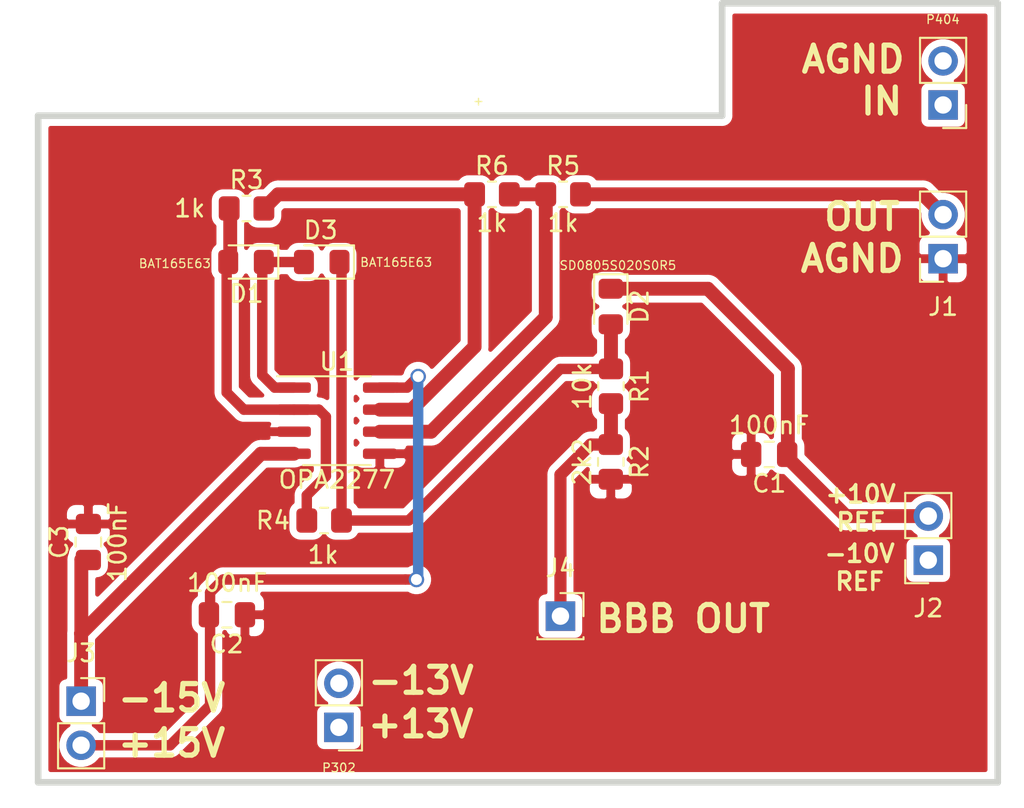
<source format=kicad_pcb>
(kicad_pcb (version 20171130) (host pcbnew 5.1.9-73d0e3b20d~88~ubuntu20.04.1)

  (general
    (thickness 1.6002)
    (drawings 19)
    (tracks 68)
    (zones 0)
    (modules 19)
    (nets 17)
  )

  (page A4)
  (title_block
    (title SPI16CON)
    (date 2015-09-14)
    (rev v0)
    (company Controle)
  )

  (layers
    (0 Superior signal)
    (31 Inferior signal)
    (32 B.Adhes user)
    (33 F.Adhes user)
    (34 B.Paste user)
    (35 F.Paste user)
    (36 B.SilkS user)
    (37 F.SilkS user)
    (38 B.Mask user)
    (39 F.Mask user)
    (40 Dwgs.User user)
    (41 Cmts.User user)
    (42 Eco1.User user)
    (43 Eco2.User user)
    (44 Edge.Cuts user)
    (45 Margin user)
    (46 B.CrtYd user)
    (47 F.CrtYd user)
    (48 B.Fab user)
    (49 F.Fab user)
  )

  (setup
    (last_trace_width 0.6)
    (user_trace_width 0.25)
    (user_trace_width 0.3)
    (user_trace_width 0.4)
    (user_trace_width 0.5)
    (user_trace_width 0.6)
    (user_trace_width 0.7)
    (user_trace_width 0.8)
    (user_trace_width 1.3)
    (trace_clearance 0.19)
    (zone_clearance 0.4)
    (zone_45_only no)
    (trace_min 0.2)
    (via_size 0.889)
    (via_drill 0.635)
    (via_min_size 0.6)
    (via_min_drill 0.35)
    (user_via 0.65 0.35)
    (user_via 0.7 0.4)
    (user_via 0.7 0.4)
    (user_via 0.74 0.44)
    (user_via 0.8 0.5)
    (user_via 0.85 0.55)
    (user_via 0.9 0.6)
    (user_via 2 1.5)
    (uvia_size 0.508)
    (uvia_drill 0.127)
    (uvias_allowed no)
    (uvia_min_size 0.35)
    (uvia_min_drill 0.127)
    (edge_width 0.381)
    (segment_width 0.08)
    (pcb_text_width 0.3048)
    (pcb_text_size 1.524 2.032)
    (mod_edge_width 0.15)
    (mod_text_size 1.524 1.524)
    (mod_text_width 0.3048)
    (pad_size 1.6 1.6)
    (pad_drill 0.8)
    (pad_to_mask_clearance 0.254)
    (aux_axis_origin 0 0)
    (grid_origin 123.14 103.25)
    (visible_elements 7FFFFFFF)
    (pcbplotparams
      (layerselection 0x01000_ffffffff)
      (usegerberextensions true)
      (usegerberattributes true)
      (usegerberadvancedattributes true)
      (creategerberjobfile true)
      (excludeedgelayer true)
      (linewidth 0.150000)
      (plotframeref false)
      (viasonmask false)
      (mode 1)
      (useauxorigin false)
      (hpglpennumber 1)
      (hpglpenspeed 20)
      (hpglpendiameter 15.000000)
      (psnegative false)
      (psa4output false)
      (plotreference true)
      (plotvalue true)
      (plotinvisibletext false)
      (padsonsilk false)
      (subtractmaskfromsilk false)
      (outputformat 1)
      (mirror false)
      (drillshape 0)
      (scaleselection 1)
      (outputdirectory "gerber/"))
  )

  (net 0 "")
  (net 1 /DAC/VDD_DAC)
  (net 2 /DAC/VSS_DAC)
  (net 3 /AI)
  (net 4 /AI_GND)
  (net 5 "Net-(D1-Pad2)")
  (net 6 "Net-(D1-Pad1)")
  (net 7 /+10)
  (net 8 /AGND)
  (net 9 /AnIn)
  (net 10 /-10)
  (net 11 /-15)
  (net 12 /+15)
  (net 13 "Net-(J4-Pad1)")
  (net 14 "Net-(D2-Pad2)")
  (net 15 "Net-(R3-Pad2)")
  (net 16 "Net-(R5-Pad1)")

  (net_class Default "Esta é a classe de net default."
    (clearance 0.19)
    (trace_width 0.2032)
    (via_dia 0.889)
    (via_drill 0.635)
    (uvia_dia 0.508)
    (uvia_drill 0.127)
    (add_net /+10)
    (add_net /+15)
    (add_net /-10)
    (add_net /-15)
    (add_net /AGND)
    (add_net /AI)
    (add_net /AI_GND)
    (add_net /AnIn)
    (add_net /DAC/VDD_DAC)
    (add_net /DAC/VSS_DAC)
    (add_net "Net-(D1-Pad1)")
    (add_net "Net-(D1-Pad2)")
    (add_net "Net-(D2-Pad2)")
    (add_net "Net-(J4-Pad1)")
    (add_net "Net-(R3-Pad2)")
    (add_net "Net-(R5-Pad1)")
  )

  (module Pin_Headers:Pin_Header_Straight_1x02_Pitch2.54mm (layer Superior) (tedit 58F74F4C) (tstamp 58F755BF)
    (at 115 109.47 180)
    (descr "Through hole straight pin header, 1x02, 2.54mm pitch, single row")
    (tags "Through hole pin header THT 1x02 2.54mm single row")
    (path /58D18D5F/58F122B3)
    (fp_text reference P302 (at 0 -2.33 180) (layer F.SilkS)
      (effects (font (size 0.5 0.5) (thickness 0.075)))
    )
    (fp_text value CONN_01X02 (at 0 4.87 180) (layer Eco1.User)
      (effects (font (size 0.5 0.5) (thickness 0.075)))
    )
    (fp_line (start -1.27 -1.27) (end -1.27 3.81) (layer F.Fab) (width 0.1))
    (fp_line (start -1.27 3.81) (end 1.27 3.81) (layer F.Fab) (width 0.1))
    (fp_line (start 1.27 3.81) (end 1.27 -1.27) (layer F.Fab) (width 0.1))
    (fp_line (start 1.27 -1.27) (end -1.27 -1.27) (layer F.Fab) (width 0.1))
    (fp_line (start -1.33 1.27) (end -1.33 3.87) (layer F.SilkS) (width 0.12))
    (fp_line (start -1.33 3.87) (end 1.33 3.87) (layer F.SilkS) (width 0.12))
    (fp_line (start 1.33 3.87) (end 1.33 1.27) (layer F.SilkS) (width 0.12))
    (fp_line (start 1.33 1.27) (end -1.33 1.27) (layer F.SilkS) (width 0.12))
    (fp_line (start -1.33 0) (end -1.33 -1.33) (layer F.SilkS) (width 0.12))
    (fp_line (start -1.33 -1.33) (end 0 -1.33) (layer F.SilkS) (width 0.12))
    (fp_line (start -1.8 -1.8) (end -1.8 4.35) (layer F.CrtYd) (width 0.05))
    (fp_line (start -1.8 4.35) (end 1.8 4.35) (layer F.CrtYd) (width 0.05))
    (fp_line (start 1.8 4.35) (end 1.8 -1.8) (layer F.CrtYd) (width 0.05))
    (fp_line (start 1.8 -1.8) (end -1.8 -1.8) (layer F.CrtYd) (width 0.05))
    (fp_text user %R (at 0 -2.33 180) (layer F.Fab)
      (effects (font (size 0.5 0.5) (thickness 0.075)))
    )
    (pad 1 thru_hole rect (at 0 0 180) (size 1.7 1.7) (drill 1) (layers *.Cu *.Mask)
      (net 1 /DAC/VDD_DAC))
    (pad 2 thru_hole oval (at 0 2.54 180) (size 1.7 1.7) (drill 1) (layers *.Cu *.Mask)
      (net 2 /DAC/VSS_DAC))
    (model ${KISYS3DMOD}/Pin_Headers.3dshapes/Pin_Header_Straight_1x02_Pitch2.54mm.wrl
      (offset (xyz 0 -1.269999980926514 0))
      (scale (xyz 1 1 1))
      (rotate (xyz 0 0 90))
    )
  )

  (module Pin_Headers:Pin_Header_Straight_1x02_Pitch2.54mm (layer Superior) (tedit 5937DC46) (tstamp 58F4CC39)
    (at 149.8 73.6 180)
    (descr "Through hole straight pin header, 1x02, 2.54mm pitch, single row")
    (tags "Through hole pin header THT 1x02 2.54mm single row")
    (path /58D18D68/58D845FA)
    (fp_text reference P404 (at 0.0135 4.923 180) (layer F.SilkS)
      (effects (font (size 0.5 0.5) (thickness 0.075)))
    )
    (fp_text value Analog_in (at -2.34 1.35 270) (layer Dwgs.User)
      (effects (font (size 0.5 0.5) (thickness 0.075)))
    )
    (fp_line (start -1.27 -1.27) (end -1.27 3.81) (layer F.Fab) (width 0.1))
    (fp_line (start -1.27 3.81) (end 1.27 3.81) (layer F.Fab) (width 0.1))
    (fp_line (start 1.27 3.81) (end 1.27 -1.27) (layer F.Fab) (width 0.1))
    (fp_line (start 1.27 -1.27) (end -1.27 -1.27) (layer F.Fab) (width 0.1))
    (fp_line (start -1.33 1.27) (end -1.33 3.87) (layer F.SilkS) (width 0.12))
    (fp_line (start -1.33 3.87) (end 1.33 3.87) (layer F.SilkS) (width 0.12))
    (fp_line (start 1.33 3.87) (end 1.33 1.27) (layer F.SilkS) (width 0.12))
    (fp_line (start 1.33 1.27) (end -1.33 1.27) (layer F.SilkS) (width 0.12))
    (fp_line (start -1.33 0) (end -1.33 -1.33) (layer F.SilkS) (width 0.12))
    (fp_line (start -1.33 -1.33) (end 0 -1.33) (layer F.SilkS) (width 0.12))
    (fp_line (start -1.8 -1.8) (end -1.8 4.35) (layer F.CrtYd) (width 0.05))
    (fp_line (start -1.8 4.35) (end 1.8 4.35) (layer F.CrtYd) (width 0.05))
    (fp_line (start 1.8 4.35) (end 1.8 -1.8) (layer F.CrtYd) (width 0.05))
    (fp_line (start 1.8 -1.8) (end -1.8 -1.8) (layer F.CrtYd) (width 0.05))
    (fp_text user Analog_in (at -0.04 -2.25 180) (layer F.Fab)
      (effects (font (size 0.5 0.5) (thickness 0.075)))
    )
    (pad 1 thru_hole rect (at 0 0 180) (size 1.7 1.7) (drill 1) (layers *.Cu *.Mask)
      (net 3 /AI))
    (pad 2 thru_hole oval (at 0 2.54 180) (size 1.7 1.7) (drill 1) (layers *.Cu *.Mask)
      (net 4 /AI_GND))
    (model ${KISYS3DMOD}/Pin_Headers.3dshapes/Pin_Header_Straight_1x02_Pitch2.54mm.wrl
      (offset (xyz 0 -1.269999980926514 0))
      (scale (xyz 1 1 1))
      (rotate (xyz 0 0 90))
    )
  )

  (module Connector_PinSocket_2.54mm:PinSocket_1x02_P2.54mm_Vertical (layer Superior) (tedit 5A19A420) (tstamp 604657A6)
    (at 149.8 82.46 180)
    (descr "Through hole straight socket strip, 1x02, 2.54mm pitch, single row (from Kicad 4.0.7), script generated")
    (tags "Through hole socket strip THT 1x02 2.54mm single row")
    (path /6047EE90)
    (fp_text reference J1 (at 0 -2.77) (layer F.SilkS)
      (effects (font (size 1 1) (thickness 0.15)))
    )
    (fp_text value Conn_01x02 (at 0 5.31) (layer F.Fab)
      (effects (font (size 1 1) (thickness 0.15)))
    )
    (fp_line (start -1.27 -1.27) (end 0.635 -1.27) (layer F.Fab) (width 0.1))
    (fp_line (start 0.635 -1.27) (end 1.27 -0.635) (layer F.Fab) (width 0.1))
    (fp_line (start 1.27 -0.635) (end 1.27 3.81) (layer F.Fab) (width 0.1))
    (fp_line (start 1.27 3.81) (end -1.27 3.81) (layer F.Fab) (width 0.1))
    (fp_line (start -1.27 3.81) (end -1.27 -1.27) (layer F.Fab) (width 0.1))
    (fp_line (start -1.33 1.27) (end 1.33 1.27) (layer F.SilkS) (width 0.12))
    (fp_line (start -1.33 1.27) (end -1.33 3.87) (layer F.SilkS) (width 0.12))
    (fp_line (start -1.33 3.87) (end 1.33 3.87) (layer F.SilkS) (width 0.12))
    (fp_line (start 1.33 1.27) (end 1.33 3.87) (layer F.SilkS) (width 0.12))
    (fp_line (start 1.33 -1.33) (end 1.33 0) (layer F.SilkS) (width 0.12))
    (fp_line (start 0 -1.33) (end 1.33 -1.33) (layer F.SilkS) (width 0.12))
    (fp_line (start -1.8 -1.8) (end 1.75 -1.8) (layer F.CrtYd) (width 0.05))
    (fp_line (start 1.75 -1.8) (end 1.75 4.3) (layer F.CrtYd) (width 0.05))
    (fp_line (start 1.75 4.3) (end -1.8 4.3) (layer F.CrtYd) (width 0.05))
    (fp_line (start -1.8 4.3) (end -1.8 -1.8) (layer F.CrtYd) (width 0.05))
    (fp_text user %R (at 0 1.27 90) (layer F.Fab)
      (effects (font (size 1 1) (thickness 0.15)))
    )
    (pad 1 thru_hole rect (at 0 0 180) (size 1.7 1.7) (drill 1) (layers *.Cu *.Mask)
      (net 8 /AGND))
    (pad 2 thru_hole oval (at 0 2.54 180) (size 1.7 1.7) (drill 1) (layers *.Cu *.Mask)
      (net 9 /AnIn))
    (model ${KISYS3DMOD}/Connector_PinSocket_2.54mm.3dshapes/PinSocket_1x02_P2.54mm_Vertical.wrl
      (at (xyz 0 0 0))
      (scale (xyz 1 1 1))
      (rotate (xyz 0 0 0))
    )
  )

  (module Connector_PinSocket_2.54mm:PinSocket_1x02_P2.54mm_Vertical (layer Superior) (tedit 5A19A420) (tstamp 604657BC)
    (at 148.9464 99.8337 180)
    (descr "Through hole straight socket strip, 1x02, 2.54mm pitch, single row (from Kicad 4.0.7), script generated")
    (tags "Through hole socket strip THT 1x02 2.54mm single row")
    (path /6047F319)
    (fp_text reference J2 (at 0 -2.77) (layer F.SilkS)
      (effects (font (size 1 1) (thickness 0.15)))
    )
    (fp_text value Conn_01x02 (at 0 5.31) (layer F.Fab)
      (effects (font (size 1 1) (thickness 0.15)))
    )
    (fp_line (start -1.8 4.3) (end -1.8 -1.8) (layer F.CrtYd) (width 0.05))
    (fp_line (start 1.75 4.3) (end -1.8 4.3) (layer F.CrtYd) (width 0.05))
    (fp_line (start 1.75 -1.8) (end 1.75 4.3) (layer F.CrtYd) (width 0.05))
    (fp_line (start -1.8 -1.8) (end 1.75 -1.8) (layer F.CrtYd) (width 0.05))
    (fp_line (start 0 -1.33) (end 1.33 -1.33) (layer F.SilkS) (width 0.12))
    (fp_line (start 1.33 -1.33) (end 1.33 0) (layer F.SilkS) (width 0.12))
    (fp_line (start 1.33 1.27) (end 1.33 3.87) (layer F.SilkS) (width 0.12))
    (fp_line (start -1.33 3.87) (end 1.33 3.87) (layer F.SilkS) (width 0.12))
    (fp_line (start -1.33 1.27) (end -1.33 3.87) (layer F.SilkS) (width 0.12))
    (fp_line (start -1.33 1.27) (end 1.33 1.27) (layer F.SilkS) (width 0.12))
    (fp_line (start -1.27 3.81) (end -1.27 -1.27) (layer F.Fab) (width 0.1))
    (fp_line (start 1.27 3.81) (end -1.27 3.81) (layer F.Fab) (width 0.1))
    (fp_line (start 1.27 -0.635) (end 1.27 3.81) (layer F.Fab) (width 0.1))
    (fp_line (start 0.635 -1.27) (end 1.27 -0.635) (layer F.Fab) (width 0.1))
    (fp_line (start -1.27 -1.27) (end 0.635 -1.27) (layer F.Fab) (width 0.1))
    (fp_text user %R (at 0 1.27 90) (layer F.Fab)
      (effects (font (size 1 1) (thickness 0.15)))
    )
    (pad 2 thru_hole oval (at 0 2.54 180) (size 1.7 1.7) (drill 1) (layers *.Cu *.Mask)
      (net 7 /+10))
    (pad 1 thru_hole rect (at 0 0 180) (size 1.7 1.7) (drill 1) (layers *.Cu *.Mask)
      (net 10 /-10))
    (model ${KISYS3DMOD}/Connector_PinSocket_2.54mm.3dshapes/PinSocket_1x02_P2.54mm_Vertical.wrl
      (at (xyz 0 0 0))
      (scale (xyz 1 1 1))
      (rotate (xyz 0 0 0))
    )
  )

  (module Connector_PinSocket_2.54mm:PinSocket_1x02_P2.54mm_Vertical (layer Superior) (tedit 5A19A420) (tstamp 604657D2)
    (at 100.153 107.9617)
    (descr "Through hole straight socket strip, 1x02, 2.54mm pitch, single row (from Kicad 4.0.7), script generated")
    (tags "Through hole socket strip THT 1x02 2.54mm single row")
    (path /6047F66F)
    (fp_text reference J3 (at 0 -2.77) (layer F.SilkS)
      (effects (font (size 1 1) (thickness 0.15)))
    )
    (fp_text value Conn_01x02 (at 0 5.31) (layer F.Fab)
      (effects (font (size 1 1) (thickness 0.15)))
    )
    (fp_line (start -1.27 -1.27) (end 0.635 -1.27) (layer F.Fab) (width 0.1))
    (fp_line (start 0.635 -1.27) (end 1.27 -0.635) (layer F.Fab) (width 0.1))
    (fp_line (start 1.27 -0.635) (end 1.27 3.81) (layer F.Fab) (width 0.1))
    (fp_line (start 1.27 3.81) (end -1.27 3.81) (layer F.Fab) (width 0.1))
    (fp_line (start -1.27 3.81) (end -1.27 -1.27) (layer F.Fab) (width 0.1))
    (fp_line (start -1.33 1.27) (end 1.33 1.27) (layer F.SilkS) (width 0.12))
    (fp_line (start -1.33 1.27) (end -1.33 3.87) (layer F.SilkS) (width 0.12))
    (fp_line (start -1.33 3.87) (end 1.33 3.87) (layer F.SilkS) (width 0.12))
    (fp_line (start 1.33 1.27) (end 1.33 3.87) (layer F.SilkS) (width 0.12))
    (fp_line (start 1.33 -1.33) (end 1.33 0) (layer F.SilkS) (width 0.12))
    (fp_line (start 0 -1.33) (end 1.33 -1.33) (layer F.SilkS) (width 0.12))
    (fp_line (start -1.8 -1.8) (end 1.75 -1.8) (layer F.CrtYd) (width 0.05))
    (fp_line (start 1.75 -1.8) (end 1.75 4.3) (layer F.CrtYd) (width 0.05))
    (fp_line (start 1.75 4.3) (end -1.8 4.3) (layer F.CrtYd) (width 0.05))
    (fp_line (start -1.8 4.3) (end -1.8 -1.8) (layer F.CrtYd) (width 0.05))
    (fp_text user %R (at 0 1.27 90) (layer F.Fab)
      (effects (font (size 1 1) (thickness 0.15)))
    )
    (pad 1 thru_hole rect (at 0 0) (size 1.7 1.7) (drill 1) (layers *.Cu *.Mask)
      (net 11 /-15))
    (pad 2 thru_hole oval (at 0 2.54) (size 1.7 1.7) (drill 1) (layers *.Cu *.Mask)
      (net 12 /+15))
    (model ${KISYS3DMOD}/Connector_PinSocket_2.54mm.3dshapes/PinSocket_1x02_P2.54mm_Vertical.wrl
      (at (xyz 0 0 0))
      (scale (xyz 1 1 1))
      (rotate (xyz 0 0 0))
    )
  )

  (module Diode_SMD:D_0805_2012Metric_Pad1.15x1.40mm_HandSolder (layer Superior) (tedit 5F68FEF0) (tstamp 6047A898)
    (at 109.65 82.65 180)
    (descr "Diode SMD 0805 (2012 Metric), square (rectangular) end terminal, IPC_7351 nominal, (Body size source: https://docs.google.com/spreadsheets/d/1BsfQQcO9C6DZCsRaXUlFlo91Tg2WpOkGARC1WS5S8t0/edit?usp=sharing), generated with kicad-footprint-generator")
    (tags "diode handsolder")
    (path /604E45F6)
    (attr smd)
    (fp_text reference D1 (at -0.03 -1.83) (layer F.SilkS)
      (effects (font (size 1 1) (thickness 0.15)))
    )
    (fp_text value BAT165E63 (at 4.1 -0.09) (layer F.SilkS)
      (effects (font (size 0.5 0.5) (thickness 0.07)))
    )
    (fp_line (start 1.85 0.95) (end -1.85 0.95) (layer F.CrtYd) (width 0.05))
    (fp_line (start 1.85 -0.95) (end 1.85 0.95) (layer F.CrtYd) (width 0.05))
    (fp_line (start -1.85 -0.95) (end 1.85 -0.95) (layer F.CrtYd) (width 0.05))
    (fp_line (start -1.85 0.95) (end -1.85 -0.95) (layer F.CrtYd) (width 0.05))
    (fp_line (start -1.86 0.96) (end 1 0.96) (layer F.SilkS) (width 0.12))
    (fp_line (start -1.86 -0.96) (end -1.86 0.96) (layer F.SilkS) (width 0.12))
    (fp_line (start 1 -0.96) (end -1.86 -0.96) (layer F.SilkS) (width 0.12))
    (fp_line (start 1 0.6) (end 1 -0.6) (layer F.Fab) (width 0.1))
    (fp_line (start -1 0.6) (end 1 0.6) (layer F.Fab) (width 0.1))
    (fp_line (start -1 -0.3) (end -1 0.6) (layer F.Fab) (width 0.1))
    (fp_line (start -0.7 -0.6) (end -1 -0.3) (layer F.Fab) (width 0.1))
    (fp_line (start 1 -0.6) (end -0.7 -0.6) (layer F.Fab) (width 0.1))
    (fp_text user %R (at 0 0) (layer F.Fab)
      (effects (font (size 0.5 0.5) (thickness 0.08)))
    )
    (pad 2 smd roundrect (at 1.025 0 180) (size 1.15 1.4) (layers Superior F.Paste F.Mask) (roundrect_rratio 0.217391)
      (net 5 "Net-(D1-Pad2)"))
    (pad 1 smd roundrect (at -1.025 0 180) (size 1.15 1.4) (layers Superior F.Paste F.Mask) (roundrect_rratio 0.217391)
      (net 6 "Net-(D1-Pad1)"))
    (model ${KISYS3DMOD}/Diode_SMD.3dshapes/D_0805_2012Metric.wrl
      (at (xyz 0 0 0))
      (scale (xyz 1 1 1))
      (rotate (xyz 0 0 0))
    )
  )

  (module Diode_SMD:D_0805_2012Metric_Pad1.15x1.40mm_HandSolder (layer Superior) (tedit 5F68FEF0) (tstamp 6047A8AB)
    (at 130.66 85.215 270)
    (descr "Diode SMD 0805 (2012 Metric), square (rectangular) end terminal, IPC_7351 nominal, (Body size source: https://docs.google.com/spreadsheets/d/1BsfQQcO9C6DZCsRaXUlFlo91Tg2WpOkGARC1WS5S8t0/edit?usp=sharing), generated with kicad-footprint-generator")
    (tags "diode handsolder")
    (path /6048BAAF)
    (attr smd)
    (fp_text reference D2 (at 0 -1.65 90) (layer F.SilkS)
      (effects (font (size 1 1) (thickness 0.15)))
    )
    (fp_text value SD0805S020S0R5 (at -2.365 -0.41) (layer F.SilkS)
      (effects (font (size 0.5 0.5) (thickness 0.07)))
    )
    (fp_line (start 1 -0.6) (end -0.7 -0.6) (layer F.Fab) (width 0.1))
    (fp_line (start -0.7 -0.6) (end -1 -0.3) (layer F.Fab) (width 0.1))
    (fp_line (start -1 -0.3) (end -1 0.6) (layer F.Fab) (width 0.1))
    (fp_line (start -1 0.6) (end 1 0.6) (layer F.Fab) (width 0.1))
    (fp_line (start 1 0.6) (end 1 -0.6) (layer F.Fab) (width 0.1))
    (fp_line (start 1 -0.96) (end -1.86 -0.96) (layer F.SilkS) (width 0.12))
    (fp_line (start -1.86 -0.96) (end -1.86 0.96) (layer F.SilkS) (width 0.12))
    (fp_line (start -1.86 0.96) (end 1 0.96) (layer F.SilkS) (width 0.12))
    (fp_line (start -1.85 0.95) (end -1.85 -0.95) (layer F.CrtYd) (width 0.05))
    (fp_line (start -1.85 -0.95) (end 1.85 -0.95) (layer F.CrtYd) (width 0.05))
    (fp_line (start 1.85 -0.95) (end 1.85 0.95) (layer F.CrtYd) (width 0.05))
    (fp_line (start 1.85 0.95) (end -1.85 0.95) (layer F.CrtYd) (width 0.05))
    (fp_text user %R (at 0 0 90) (layer F.Fab)
      (effects (font (size 0.5 0.5) (thickness 0.08)))
    )
    (pad 1 smd roundrect (at -1.025 0 270) (size 1.15 1.4) (layers Superior F.Paste F.Mask) (roundrect_rratio 0.217391)
      (net 7 /+10))
    (pad 2 smd roundrect (at 1.025 0 270) (size 1.15 1.4) (layers Superior F.Paste F.Mask) (roundrect_rratio 0.217391)
      (net 14 "Net-(D2-Pad2)"))
    (model ${KISYS3DMOD}/Diode_SMD.3dshapes/D_0805_2012Metric.wrl
      (at (xyz 0 0 0))
      (scale (xyz 1 1 1))
      (rotate (xyz 0 0 0))
    )
  )

  (module Diode_SMD:D_0805_2012Metric_Pad1.15x1.40mm_HandSolder (layer Superior) (tedit 5F68FEF0) (tstamp 6047A8BE)
    (at 114.01 82.65 180)
    (descr "Diode SMD 0805 (2012 Metric), square (rectangular) end terminal, IPC_7351 nominal, (Body size source: https://docs.google.com/spreadsheets/d/1BsfQQcO9C6DZCsRaXUlFlo91Tg2WpOkGARC1WS5S8t0/edit?usp=sharing), generated with kicad-footprint-generator")
    (tags "diode handsolder")
    (path /604ECE91)
    (attr smd)
    (fp_text reference D3 (at 0.06 1.83) (layer F.SilkS)
      (effects (font (size 1 1) (thickness 0.15)))
    )
    (fp_text value BAT165E63 (at -4.29 -0.02) (layer F.SilkS)
      (effects (font (size 0.5 0.5) (thickness 0.07)))
    )
    (fp_line (start 1 -0.6) (end -0.7 -0.6) (layer F.Fab) (width 0.1))
    (fp_line (start -0.7 -0.6) (end -1 -0.3) (layer F.Fab) (width 0.1))
    (fp_line (start -1 -0.3) (end -1 0.6) (layer F.Fab) (width 0.1))
    (fp_line (start -1 0.6) (end 1 0.6) (layer F.Fab) (width 0.1))
    (fp_line (start 1 0.6) (end 1 -0.6) (layer F.Fab) (width 0.1))
    (fp_line (start 1 -0.96) (end -1.86 -0.96) (layer F.SilkS) (width 0.12))
    (fp_line (start -1.86 -0.96) (end -1.86 0.96) (layer F.SilkS) (width 0.12))
    (fp_line (start -1.86 0.96) (end 1 0.96) (layer F.SilkS) (width 0.12))
    (fp_line (start -1.85 0.95) (end -1.85 -0.95) (layer F.CrtYd) (width 0.05))
    (fp_line (start -1.85 -0.95) (end 1.85 -0.95) (layer F.CrtYd) (width 0.05))
    (fp_line (start 1.85 -0.95) (end 1.85 0.95) (layer F.CrtYd) (width 0.05))
    (fp_line (start 1.85 0.95) (end -1.85 0.95) (layer F.CrtYd) (width 0.05))
    (fp_text user %R (at 0 0) (layer F.Fab)
      (effects (font (size 0.5 0.5) (thickness 0.08)))
    )
    (pad 1 smd roundrect (at -1.025 0 180) (size 1.15 1.4) (layers Superior F.Paste F.Mask) (roundrect_rratio 0.217391)
      (net 14 "Net-(D2-Pad2)"))
    (pad 2 smd roundrect (at 1.025 0 180) (size 1.15 1.4) (layers Superior F.Paste F.Mask) (roundrect_rratio 0.217391)
      (net 6 "Net-(D1-Pad1)"))
    (model ${KISYS3DMOD}/Diode_SMD.3dshapes/D_0805_2012Metric.wrl
      (at (xyz 0 0 0))
      (scale (xyz 1 1 1))
      (rotate (xyz 0 0 0))
    )
  )

  (module Connector_PinSocket_2.54mm:PinSocket_1x01_P2.54mm_Vertical (layer Superior) (tedit 5A19A434) (tstamp 6047A8D2)
    (at 127.76 103.06)
    (descr "Through hole straight socket strip, 1x01, 2.54mm pitch, single row (from Kicad 4.0.7), script generated")
    (tags "Through hole socket strip THT 1x01 2.54mm single row")
    (path /604A8EC6)
    (fp_text reference J4 (at 0 -2.77) (layer F.SilkS)
      (effects (font (size 1 1) (thickness 0.15)))
    )
    (fp_text value Conn_01x01 (at 0 2.77) (layer F.Fab)
      (effects (font (size 1 1) (thickness 0.15)))
    )
    (fp_line (start -1.27 -1.27) (end 0.635 -1.27) (layer F.Fab) (width 0.1))
    (fp_line (start 0.635 -1.27) (end 1.27 -0.635) (layer F.Fab) (width 0.1))
    (fp_line (start 1.27 -0.635) (end 1.27 1.27) (layer F.Fab) (width 0.1))
    (fp_line (start 1.27 1.27) (end -1.27 1.27) (layer F.Fab) (width 0.1))
    (fp_line (start -1.27 1.27) (end -1.27 -1.27) (layer F.Fab) (width 0.1))
    (fp_line (start -1.33 1.33) (end 1.33 1.33) (layer F.SilkS) (width 0.12))
    (fp_line (start -1.33 1.21) (end -1.33 1.33) (layer F.SilkS) (width 0.12))
    (fp_line (start 1.33 1.21) (end 1.33 1.33) (layer F.SilkS) (width 0.12))
    (fp_line (start 1.33 -1.33) (end 1.33 0) (layer F.SilkS) (width 0.12))
    (fp_line (start 0 -1.33) (end 1.33 -1.33) (layer F.SilkS) (width 0.12))
    (fp_line (start -1.8 -1.8) (end 1.75 -1.8) (layer F.CrtYd) (width 0.05))
    (fp_line (start 1.75 -1.8) (end 1.75 1.75) (layer F.CrtYd) (width 0.05))
    (fp_line (start 1.75 1.75) (end -1.8 1.75) (layer F.CrtYd) (width 0.05))
    (fp_line (start -1.8 1.75) (end -1.8 -1.8) (layer F.CrtYd) (width 0.05))
    (fp_text user %R (at -1.85 1.85) (layer F.Fab)
      (effects (font (size 1 1) (thickness 0.15)))
    )
    (pad 1 thru_hole rect (at 0 0) (size 1.7 1.7) (drill 1) (layers *.Cu *.Mask)
      (net 13 "Net-(J4-Pad1)"))
    (model ${KISYS3DMOD}/Connector_PinSocket_2.54mm.3dshapes/PinSocket_1x01_P2.54mm_Vertical.wrl
      (at (xyz 0 0 0))
      (scale (xyz 1 1 1))
      (rotate (xyz 0 0 0))
    )
  )

  (module Resistor_SMD:R_0805_2012Metric_Pad1.20x1.40mm_HandSolder (layer Superior) (tedit 5F68FEEE) (tstamp 6047A8E3)
    (at 130.67 89.81 270)
    (descr "Resistor SMD 0805 (2012 Metric), square (rectangular) end terminal, IPC_7351 nominal with elongated pad for handsoldering. (Body size source: IPC-SM-782 page 72, https://www.pcb-3d.com/wordpress/wp-content/uploads/ipc-sm-782a_amendment_1_and_2.pdf), generated with kicad-footprint-generator")
    (tags "resistor handsolder")
    (path /60490ADB)
    (attr smd)
    (fp_text reference R1 (at 0 -1.65 90) (layer F.SilkS)
      (effects (font (size 1 1) (thickness 0.15)))
    )
    (fp_text value 10k (at 0 1.65 90) (layer F.SilkS)
      (effects (font (size 1 1) (thickness 0.15)))
    )
    (fp_line (start 1.85 0.95) (end -1.85 0.95) (layer F.CrtYd) (width 0.05))
    (fp_line (start 1.85 -0.95) (end 1.85 0.95) (layer F.CrtYd) (width 0.05))
    (fp_line (start -1.85 -0.95) (end 1.85 -0.95) (layer F.CrtYd) (width 0.05))
    (fp_line (start -1.85 0.95) (end -1.85 -0.95) (layer F.CrtYd) (width 0.05))
    (fp_line (start -0.227064 0.735) (end 0.227064 0.735) (layer F.SilkS) (width 0.12))
    (fp_line (start -0.227064 -0.735) (end 0.227064 -0.735) (layer F.SilkS) (width 0.12))
    (fp_line (start 1 0.625) (end -1 0.625) (layer F.Fab) (width 0.1))
    (fp_line (start 1 -0.625) (end 1 0.625) (layer F.Fab) (width 0.1))
    (fp_line (start -1 -0.625) (end 1 -0.625) (layer F.Fab) (width 0.1))
    (fp_line (start -1 0.625) (end -1 -0.625) (layer F.Fab) (width 0.1))
    (fp_text user %R (at 0 0 90) (layer F.Fab)
      (effects (font (size 0.5 0.5) (thickness 0.08)))
    )
    (pad 2 smd roundrect (at 1 0 270) (size 1.2 1.4) (layers Superior F.Paste F.Mask) (roundrect_rratio 0.208333)
      (net 13 "Net-(J4-Pad1)"))
    (pad 1 smd roundrect (at -1 0 270) (size 1.2 1.4) (layers Superior F.Paste F.Mask) (roundrect_rratio 0.208333)
      (net 14 "Net-(D2-Pad2)"))
    (model ${KISYS3DMOD}/Resistor_SMD.3dshapes/R_0805_2012Metric.wrl
      (at (xyz 0 0 0))
      (scale (xyz 1 1 1))
      (rotate (xyz 0 0 0))
    )
  )

  (module Resistor_SMD:R_0805_2012Metric_Pad1.20x1.40mm_HandSolder (layer Superior) (tedit 5F68FEEE) (tstamp 6047A8F4)
    (at 130.66 94.17 270)
    (descr "Resistor SMD 0805 (2012 Metric), square (rectangular) end terminal, IPC_7351 nominal with elongated pad for handsoldering. (Body size source: IPC-SM-782 page 72, https://www.pcb-3d.com/wordpress/wp-content/uploads/ipc-sm-782a_amendment_1_and_2.pdf), generated with kicad-footprint-generator")
    (tags "resistor handsolder")
    (path /60490A17)
    (attr smd)
    (fp_text reference R2 (at 0 -1.65 90) (layer F.SilkS)
      (effects (font (size 1 1) (thickness 0.15)))
    )
    (fp_text value 2k2 (at 0 1.65 90) (layer F.SilkS)
      (effects (font (size 1 1) (thickness 0.15)))
    )
    (fp_line (start -1 0.625) (end -1 -0.625) (layer F.Fab) (width 0.1))
    (fp_line (start -1 -0.625) (end 1 -0.625) (layer F.Fab) (width 0.1))
    (fp_line (start 1 -0.625) (end 1 0.625) (layer F.Fab) (width 0.1))
    (fp_line (start 1 0.625) (end -1 0.625) (layer F.Fab) (width 0.1))
    (fp_line (start -0.227064 -0.735) (end 0.227064 -0.735) (layer F.SilkS) (width 0.12))
    (fp_line (start -0.227064 0.735) (end 0.227064 0.735) (layer F.SilkS) (width 0.12))
    (fp_line (start -1.85 0.95) (end -1.85 -0.95) (layer F.CrtYd) (width 0.05))
    (fp_line (start -1.85 -0.95) (end 1.85 -0.95) (layer F.CrtYd) (width 0.05))
    (fp_line (start 1.85 -0.95) (end 1.85 0.95) (layer F.CrtYd) (width 0.05))
    (fp_line (start 1.85 0.95) (end -1.85 0.95) (layer F.CrtYd) (width 0.05))
    (fp_text user %R (at 0 0 90) (layer F.Fab)
      (effects (font (size 0.5 0.5) (thickness 0.08)))
    )
    (pad 1 smd roundrect (at -1 0 270) (size 1.2 1.4) (layers Superior F.Paste F.Mask) (roundrect_rratio 0.208333)
      (net 13 "Net-(J4-Pad1)"))
    (pad 2 smd roundrect (at 1 0 270) (size 1.2 1.4) (layers Superior F.Paste F.Mask) (roundrect_rratio 0.208333)
      (net 8 /AGND))
    (model ${KISYS3DMOD}/Resistor_SMD.3dshapes/R_0805_2012Metric.wrl
      (at (xyz 0 0 0))
      (scale (xyz 1 1 1))
      (rotate (xyz 0 0 0))
    )
  )

  (module Resistor_SMD:R_0805_2012Metric_Pad1.20x1.40mm_HandSolder (layer Superior) (tedit 5F68FEEE) (tstamp 6047A905)
    (at 109.68 79.565)
    (descr "Resistor SMD 0805 (2012 Metric), square (rectangular) end terminal, IPC_7351 nominal with elongated pad for handsoldering. (Body size source: IPC-SM-782 page 72, https://www.pcb-3d.com/wordpress/wp-content/uploads/ipc-sm-782a_amendment_1_and_2.pdf), generated with kicad-footprint-generator")
    (tags "resistor handsolder")
    (path /6050F9B5)
    (attr smd)
    (fp_text reference R3 (at 0 -1.65) (layer F.SilkS)
      (effects (font (size 1 1) (thickness 0.15)))
    )
    (fp_text value 1k (at -3.27 -0.005) (layer F.SilkS)
      (effects (font (size 1 1) (thickness 0.15)))
    )
    (fp_line (start -1 0.625) (end -1 -0.625) (layer F.Fab) (width 0.1))
    (fp_line (start -1 -0.625) (end 1 -0.625) (layer F.Fab) (width 0.1))
    (fp_line (start 1 -0.625) (end 1 0.625) (layer F.Fab) (width 0.1))
    (fp_line (start 1 0.625) (end -1 0.625) (layer F.Fab) (width 0.1))
    (fp_line (start -0.227064 -0.735) (end 0.227064 -0.735) (layer F.SilkS) (width 0.12))
    (fp_line (start -0.227064 0.735) (end 0.227064 0.735) (layer F.SilkS) (width 0.12))
    (fp_line (start -1.85 0.95) (end -1.85 -0.95) (layer F.CrtYd) (width 0.05))
    (fp_line (start -1.85 -0.95) (end 1.85 -0.95) (layer F.CrtYd) (width 0.05))
    (fp_line (start 1.85 -0.95) (end 1.85 0.95) (layer F.CrtYd) (width 0.05))
    (fp_line (start 1.85 0.95) (end -1.85 0.95) (layer F.CrtYd) (width 0.05))
    (fp_text user %R (at 0 0) (layer F.Fab)
      (effects (font (size 0.5 0.5) (thickness 0.08)))
    )
    (pad 1 smd roundrect (at -1 0) (size 1.2 1.4) (layers Superior F.Paste F.Mask) (roundrect_rratio 0.208333)
      (net 5 "Net-(D1-Pad2)"))
    (pad 2 smd roundrect (at 1 0) (size 1.2 1.4) (layers Superior F.Paste F.Mask) (roundrect_rratio 0.208333)
      (net 15 "Net-(R3-Pad2)"))
    (model ${KISYS3DMOD}/Resistor_SMD.3dshapes/R_0805_2012Metric.wrl
      (at (xyz 0 0 0))
      (scale (xyz 1 1 1))
      (rotate (xyz 0 0 0))
    )
  )

  (module Resistor_SMD:R_0805_2012Metric_Pad1.20x1.40mm_HandSolder (layer Superior) (tedit 5F68FEEE) (tstamp 6047A916)
    (at 114.15 97.55 180)
    (descr "Resistor SMD 0805 (2012 Metric), square (rectangular) end terminal, IPC_7351 nominal with elongated pad for handsoldering. (Body size source: IPC-SM-782 page 72, https://www.pcb-3d.com/wordpress/wp-content/uploads/ipc-sm-782a_amendment_1_and_2.pdf), generated with kicad-footprint-generator")
    (tags "resistor handsolder")
    (path /605110C9)
    (attr smd)
    (fp_text reference R4 (at 2.95 0) (layer F.SilkS)
      (effects (font (size 1 1) (thickness 0.15)))
    )
    (fp_text value 1k (at 0.06 -1.975) (layer F.SilkS)
      (effects (font (size 1 1) (thickness 0.15)))
    )
    (fp_line (start 1.85 0.95) (end -1.85 0.95) (layer F.CrtYd) (width 0.05))
    (fp_line (start 1.85 -0.95) (end 1.85 0.95) (layer F.CrtYd) (width 0.05))
    (fp_line (start -1.85 -0.95) (end 1.85 -0.95) (layer F.CrtYd) (width 0.05))
    (fp_line (start -1.85 0.95) (end -1.85 -0.95) (layer F.CrtYd) (width 0.05))
    (fp_line (start -0.227064 0.735) (end 0.227064 0.735) (layer F.SilkS) (width 0.12))
    (fp_line (start -0.227064 -0.735) (end 0.227064 -0.735) (layer F.SilkS) (width 0.12))
    (fp_line (start 1 0.625) (end -1 0.625) (layer F.Fab) (width 0.1))
    (fp_line (start 1 -0.625) (end 1 0.625) (layer F.Fab) (width 0.1))
    (fp_line (start -1 -0.625) (end 1 -0.625) (layer F.Fab) (width 0.1))
    (fp_line (start -1 0.625) (end -1 -0.625) (layer F.Fab) (width 0.1))
    (fp_text user %R (at 0 0) (layer F.Fab)
      (effects (font (size 0.5 0.5) (thickness 0.08)))
    )
    (pad 2 smd roundrect (at 1 0 180) (size 1.2 1.4) (layers Superior F.Paste F.Mask) (roundrect_rratio 0.208333)
      (net 5 "Net-(D1-Pad2)"))
    (pad 1 smd roundrect (at -1 0 180) (size 1.2 1.4) (layers Superior F.Paste F.Mask) (roundrect_rratio 0.208333)
      (net 14 "Net-(D2-Pad2)"))
    (model ${KISYS3DMOD}/Resistor_SMD.3dshapes/R_0805_2012Metric.wrl
      (at (xyz 0 0 0))
      (scale (xyz 1 1 1))
      (rotate (xyz 0 0 0))
    )
  )

  (module Package_SO:SOIC-8_3.9x4.9mm_P1.27mm (layer Superior) (tedit 5D9F72B1) (tstamp 6054A342)
    (at 114.885001 91.795001)
    (descr "SOIC, 8 Pin (JEDEC MS-012AA, https://www.analog.com/media/en/package-pcb-resources/package/pkg_pdf/soic_narrow-r/r_8.pdf), generated with kicad-footprint-generator ipc_gullwing_generator.py")
    (tags "SOIC SO")
    (path /604B7427)
    (attr smd)
    (fp_text reference U1 (at 0 -3.4) (layer F.SilkS)
      (effects (font (size 1 1) (thickness 0.15)))
    )
    (fp_text value OPA2277 (at 0 3.4) (layer F.SilkS)
      (effects (font (size 1 1) (thickness 0.15)))
    )
    (fp_line (start 0 2.56) (end 1.95 2.56) (layer F.SilkS) (width 0.12))
    (fp_line (start 0 2.56) (end -1.95 2.56) (layer F.SilkS) (width 0.12))
    (fp_line (start 0 -2.56) (end 1.95 -2.56) (layer F.SilkS) (width 0.12))
    (fp_line (start 0 -2.56) (end -3.45 -2.56) (layer F.SilkS) (width 0.12))
    (fp_line (start -0.975 -2.45) (end 1.95 -2.45) (layer F.Fab) (width 0.1))
    (fp_line (start 1.95 -2.45) (end 1.95 2.45) (layer F.Fab) (width 0.1))
    (fp_line (start 1.95 2.45) (end -1.95 2.45) (layer F.Fab) (width 0.1))
    (fp_line (start -1.95 2.45) (end -1.95 -1.475) (layer F.Fab) (width 0.1))
    (fp_line (start -1.95 -1.475) (end -0.975 -2.45) (layer F.Fab) (width 0.1))
    (fp_line (start -3.7 -2.7) (end -3.7 2.7) (layer F.CrtYd) (width 0.05))
    (fp_line (start -3.7 2.7) (end 3.7 2.7) (layer F.CrtYd) (width 0.05))
    (fp_line (start 3.7 2.7) (end 3.7 -2.7) (layer F.CrtYd) (width 0.05))
    (fp_line (start 3.7 -2.7) (end -3.7 -2.7) (layer F.CrtYd) (width 0.05))
    (fp_text user %R (at 0 0) (layer F.Fab)
      (effects (font (size 0.98 0.98) (thickness 0.15)))
    )
    (pad 1 smd roundrect (at -2.475 -1.905) (size 1.95 0.6) (layers Superior F.Paste F.Mask) (roundrect_rratio 0.25)
      (net 6 "Net-(D1-Pad1)"))
    (pad 2 smd roundrect (at -2.475 -0.635) (size 1.95 0.6) (layers Superior F.Paste F.Mask) (roundrect_rratio 0.25)
      (net 5 "Net-(D1-Pad2)"))
    (pad 3 smd roundrect (at -2.475 0.635) (size 1.95 0.6) (layers Superior F.Paste F.Mask) (roundrect_rratio 0.25)
      (net 8 /AGND))
    (pad 4 smd roundrect (at -2.475 1.905) (size 1.95 0.6) (layers Superior F.Paste F.Mask) (roundrect_rratio 0.25)
      (net 11 /-15))
    (pad 5 smd roundrect (at 2.475 1.905) (size 1.95 0.6) (layers Superior F.Paste F.Mask) (roundrect_rratio 0.25)
      (net 8 /AGND))
    (pad 6 smd roundrect (at 2.475 0.635) (size 1.95 0.6) (layers Superior F.Paste F.Mask) (roundrect_rratio 0.25)
      (net 16 "Net-(R5-Pad1)"))
    (pad 7 smd roundrect (at 2.475 -0.635) (size 1.95 0.6) (layers Superior F.Paste F.Mask) (roundrect_rratio 0.25)
      (net 15 "Net-(R3-Pad2)"))
    (pad 8 smd roundrect (at 2.475 -1.905) (size 1.95 0.6) (layers Superior F.Paste F.Mask) (roundrect_rratio 0.25)
      (net 12 /+15))
    (model ${KISYS3DMOD}/Package_SO.3dshapes/SOIC-8_3.9x4.9mm_P1.27mm.wrl
      (at (xyz 0 0 0))
      (scale (xyz 1 1 1))
      (rotate (xyz 0 0 0))
    )
  )

  (module Capacitor_SMD:C_0805_2012Metric_Pad1.18x1.45mm_HandSolder (layer Superior) (tedit 5F68FEEF) (tstamp 604F84B4)
    (at 139.7825 93.74 180)
    (descr "Capacitor SMD 0805 (2012 Metric), square (rectangular) end terminal, IPC_7351 nominal with elongated pad for handsoldering. (Body size source: IPC-SM-782 page 76, https://www.pcb-3d.com/wordpress/wp-content/uploads/ipc-sm-782a_amendment_1_and_2.pdf, https://docs.google.com/spreadsheets/d/1BsfQQcO9C6DZCsRaXUlFlo91Tg2WpOkGARC1WS5S8t0/edit?usp=sharing), generated with kicad-footprint-generator")
    (tags "capacitor handsolder")
    (path /60486958)
    (attr smd)
    (fp_text reference C1 (at 0 -1.68) (layer F.SilkS)
      (effects (font (size 1 1) (thickness 0.15)))
    )
    (fp_text value 100nF (at 0 1.68) (layer F.SilkS)
      (effects (font (size 1 1) (thickness 0.15)))
    )
    (fp_line (start -1 0.625) (end -1 -0.625) (layer F.Fab) (width 0.1))
    (fp_line (start -1 -0.625) (end 1 -0.625) (layer F.Fab) (width 0.1))
    (fp_line (start 1 -0.625) (end 1 0.625) (layer F.Fab) (width 0.1))
    (fp_line (start 1 0.625) (end -1 0.625) (layer F.Fab) (width 0.1))
    (fp_line (start -0.261252 -0.735) (end 0.261252 -0.735) (layer F.SilkS) (width 0.12))
    (fp_line (start -0.261252 0.735) (end 0.261252 0.735) (layer F.SilkS) (width 0.12))
    (fp_line (start -1.88 0.98) (end -1.88 -0.98) (layer F.CrtYd) (width 0.05))
    (fp_line (start -1.88 -0.98) (end 1.88 -0.98) (layer F.CrtYd) (width 0.05))
    (fp_line (start 1.88 -0.98) (end 1.88 0.98) (layer F.CrtYd) (width 0.05))
    (fp_line (start 1.88 0.98) (end -1.88 0.98) (layer F.CrtYd) (width 0.05))
    (fp_text user %R (at 0 0) (layer F.Fab)
      (effects (font (size 0.5 0.5) (thickness 0.08)))
    )
    (pad 1 smd roundrect (at -1.0375 0 180) (size 1.175 1.45) (layers Superior F.Paste F.Mask) (roundrect_rratio 0.212766)
      (net 7 /+10))
    (pad 2 smd roundrect (at 1.0375 0 180) (size 1.175 1.45) (layers Superior F.Paste F.Mask) (roundrect_rratio 0.212766)
      (net 8 /AGND))
    (model ${KISYS3DMOD}/Capacitor_SMD.3dshapes/C_0805_2012Metric.wrl
      (at (xyz 0 0 0))
      (scale (xyz 1 1 1))
      (rotate (xyz 0 0 0))
    )
  )

  (module Capacitor_SMD:C_0805_2012Metric_Pad1.18x1.45mm_HandSolder (layer Superior) (tedit 5F68FEEF) (tstamp 604F84C5)
    (at 108.55 102.98)
    (descr "Capacitor SMD 0805 (2012 Metric), square (rectangular) end terminal, IPC_7351 nominal with elongated pad for handsoldering. (Body size source: IPC-SM-782 page 76, https://www.pcb-3d.com/wordpress/wp-content/uploads/ipc-sm-782a_amendment_1_and_2.pdf, https://docs.google.com/spreadsheets/d/1BsfQQcO9C6DZCsRaXUlFlo91Tg2WpOkGARC1WS5S8t0/edit?usp=sharing), generated with kicad-footprint-generator")
    (tags "capacitor handsolder")
    (path /6047E281)
    (attr smd)
    (fp_text reference C2 (at -0.02 1.698) (layer F.SilkS)
      (effects (font (size 1 1) (thickness 0.15)))
    )
    (fp_text value 100nF (at 0.02 -1.842) (layer F.SilkS)
      (effects (font (size 1 1) (thickness 0.15)))
    )
    (fp_line (start -1 0.625) (end -1 -0.625) (layer F.Fab) (width 0.1))
    (fp_line (start -1 -0.625) (end 1 -0.625) (layer F.Fab) (width 0.1))
    (fp_line (start 1 -0.625) (end 1 0.625) (layer F.Fab) (width 0.1))
    (fp_line (start 1 0.625) (end -1 0.625) (layer F.Fab) (width 0.1))
    (fp_line (start -0.261252 -0.735) (end 0.261252 -0.735) (layer F.SilkS) (width 0.12))
    (fp_line (start -0.261252 0.735) (end 0.261252 0.735) (layer F.SilkS) (width 0.12))
    (fp_line (start -1.88 0.98) (end -1.88 -0.98) (layer F.CrtYd) (width 0.05))
    (fp_line (start -1.88 -0.98) (end 1.88 -0.98) (layer F.CrtYd) (width 0.05))
    (fp_line (start 1.88 -0.98) (end 1.88 0.98) (layer F.CrtYd) (width 0.05))
    (fp_line (start 1.88 0.98) (end -1.88 0.98) (layer F.CrtYd) (width 0.05))
    (fp_text user %R (at 0 0) (layer F.Fab)
      (effects (font (size 0.5 0.5) (thickness 0.08)))
    )
    (pad 1 smd roundrect (at -1.0375 0) (size 1.175 1.45) (layers Superior F.Paste F.Mask) (roundrect_rratio 0.212766)
      (net 12 /+15))
    (pad 2 smd roundrect (at 1.0375 0) (size 1.175 1.45) (layers Superior F.Paste F.Mask) (roundrect_rratio 0.212766)
      (net 8 /AGND))
    (model ${KISYS3DMOD}/Capacitor_SMD.3dshapes/C_0805_2012Metric.wrl
      (at (xyz 0 0 0))
      (scale (xyz 1 1 1))
      (rotate (xyz 0 0 0))
    )
  )

  (module Capacitor_SMD:C_0805_2012Metric_Pad1.18x1.45mm_HandSolder (layer Superior) (tedit 5F68FEEF) (tstamp 6054A3E8)
    (at 100.57 98.7875 90)
    (descr "Capacitor SMD 0805 (2012 Metric), square (rectangular) end terminal, IPC_7351 nominal with elongated pad for handsoldering. (Body size source: IPC-SM-782 page 76, https://www.pcb-3d.com/wordpress/wp-content/uploads/ipc-sm-782a_amendment_1_and_2.pdf, https://docs.google.com/spreadsheets/d/1BsfQQcO9C6DZCsRaXUlFlo91Tg2WpOkGARC1WS5S8t0/edit?usp=sharing), generated with kicad-footprint-generator")
    (tags "capacitor handsolder")
    (path /6048116D)
    (attr smd)
    (fp_text reference C3 (at 0 -1.68 90) (layer F.SilkS)
      (effects (font (size 1 1) (thickness 0.15)))
    )
    (fp_text value 100nF (at 0 1.68 90) (layer F.SilkS)
      (effects (font (size 1 1) (thickness 0.15)))
    )
    (fp_line (start 1.88 0.98) (end -1.88 0.98) (layer F.CrtYd) (width 0.05))
    (fp_line (start 1.88 -0.98) (end 1.88 0.98) (layer F.CrtYd) (width 0.05))
    (fp_line (start -1.88 -0.98) (end 1.88 -0.98) (layer F.CrtYd) (width 0.05))
    (fp_line (start -1.88 0.98) (end -1.88 -0.98) (layer F.CrtYd) (width 0.05))
    (fp_line (start -0.261252 0.735) (end 0.261252 0.735) (layer F.SilkS) (width 0.12))
    (fp_line (start -0.261252 -0.735) (end 0.261252 -0.735) (layer F.SilkS) (width 0.12))
    (fp_line (start 1 0.625) (end -1 0.625) (layer F.Fab) (width 0.1))
    (fp_line (start 1 -0.625) (end 1 0.625) (layer F.Fab) (width 0.1))
    (fp_line (start -1 -0.625) (end 1 -0.625) (layer F.Fab) (width 0.1))
    (fp_line (start -1 0.625) (end -1 -0.625) (layer F.Fab) (width 0.1))
    (fp_text user %R (at 0 0 90) (layer F.Fab)
      (effects (font (size 0.5 0.5) (thickness 0.08)))
    )
    (pad 2 smd roundrect (at 1.0375 0 90) (size 1.175 1.45) (layers Superior F.Paste F.Mask) (roundrect_rratio 0.212766)
      (net 8 /AGND))
    (pad 1 smd roundrect (at -1.0375 0 90) (size 1.175 1.45) (layers Superior F.Paste F.Mask) (roundrect_rratio 0.212766)
      (net 11 /-15))
    (model ${KISYS3DMOD}/Capacitor_SMD.3dshapes/C_0805_2012Metric.wrl
      (at (xyz 0 0 0))
      (scale (xyz 1 1 1))
      (rotate (xyz 0 0 0))
    )
  )

  (module Resistor_SMD:R_0805_2012Metric_Pad1.20x1.40mm_HandSolder (layer Superior) (tedit 5F68FEEE) (tstamp 604FB858)
    (at 127.915001 78.750001)
    (descr "Resistor SMD 0805 (2012 Metric), square (rectangular) end terminal, IPC_7351 nominal with elongated pad for handsoldering. (Body size source: IPC-SM-782 page 72, https://www.pcb-3d.com/wordpress/wp-content/uploads/ipc-sm-782a_amendment_1_and_2.pdf), generated with kicad-footprint-generator")
    (tags "resistor handsolder")
    (path /60523BB1)
    (attr smd)
    (fp_text reference R5 (at 0 -1.65) (layer F.SilkS)
      (effects (font (size 1 1) (thickness 0.15)))
    )
    (fp_text value 1k (at 0 1.65) (layer F.SilkS)
      (effects (font (size 1 1) (thickness 0.15)))
    )
    (fp_line (start 1.85 0.95) (end -1.85 0.95) (layer F.CrtYd) (width 0.05))
    (fp_line (start 1.85 -0.95) (end 1.85 0.95) (layer F.CrtYd) (width 0.05))
    (fp_line (start -1.85 -0.95) (end 1.85 -0.95) (layer F.CrtYd) (width 0.05))
    (fp_line (start -1.85 0.95) (end -1.85 -0.95) (layer F.CrtYd) (width 0.05))
    (fp_line (start -0.227064 0.735) (end 0.227064 0.735) (layer F.SilkS) (width 0.12))
    (fp_line (start -0.227064 -0.735) (end 0.227064 -0.735) (layer F.SilkS) (width 0.12))
    (fp_line (start 1 0.625) (end -1 0.625) (layer F.Fab) (width 0.1))
    (fp_line (start 1 -0.625) (end 1 0.625) (layer F.Fab) (width 0.1))
    (fp_line (start -1 -0.625) (end 1 -0.625) (layer F.Fab) (width 0.1))
    (fp_line (start -1 0.625) (end -1 -0.625) (layer F.Fab) (width 0.1))
    (fp_text user %R (at 0 0) (layer F.Fab)
      (effects (font (size 0.5 0.5) (thickness 0.08)))
    )
    (pad 1 smd roundrect (at -1 0) (size 1.2 1.4) (layers Superior F.Paste F.Mask) (roundrect_rratio 0.208333)
      (net 16 "Net-(R5-Pad1)"))
    (pad 2 smd roundrect (at 1 0) (size 1.2 1.4) (layers Superior F.Paste F.Mask) (roundrect_rratio 0.208333)
      (net 9 /AnIn))
    (model ${KISYS3DMOD}/Resistor_SMD.3dshapes/R_0805_2012Metric.wrl
      (at (xyz 0 0 0))
      (scale (xyz 1 1 1))
      (rotate (xyz 0 0 0))
    )
  )

  (module Resistor_SMD:R_0805_2012Metric_Pad1.20x1.40mm_HandSolder (layer Superior) (tedit 5F68FEEE) (tstamp 604FB869)
    (at 123.815 78.750001)
    (descr "Resistor SMD 0805 (2012 Metric), square (rectangular) end terminal, IPC_7351 nominal with elongated pad for handsoldering. (Body size source: IPC-SM-782 page 72, https://www.pcb-3d.com/wordpress/wp-content/uploads/ipc-sm-782a_amendment_1_and_2.pdf), generated with kicad-footprint-generator")
    (tags "resistor handsolder")
    (path /605227AF)
    (attr smd)
    (fp_text reference R6 (at 0 -1.65) (layer F.SilkS)
      (effects (font (size 1 1) (thickness 0.15)))
    )
    (fp_text value 1k (at 0 1.65) (layer F.SilkS)
      (effects (font (size 1 1) (thickness 0.15)))
    )
    (fp_line (start -1 0.625) (end -1 -0.625) (layer F.Fab) (width 0.1))
    (fp_line (start -1 -0.625) (end 1 -0.625) (layer F.Fab) (width 0.1))
    (fp_line (start 1 -0.625) (end 1 0.625) (layer F.Fab) (width 0.1))
    (fp_line (start 1 0.625) (end -1 0.625) (layer F.Fab) (width 0.1))
    (fp_line (start -0.227064 -0.735) (end 0.227064 -0.735) (layer F.SilkS) (width 0.12))
    (fp_line (start -0.227064 0.735) (end 0.227064 0.735) (layer F.SilkS) (width 0.12))
    (fp_line (start -1.85 0.95) (end -1.85 -0.95) (layer F.CrtYd) (width 0.05))
    (fp_line (start -1.85 -0.95) (end 1.85 -0.95) (layer F.CrtYd) (width 0.05))
    (fp_line (start 1.85 -0.95) (end 1.85 0.95) (layer F.CrtYd) (width 0.05))
    (fp_line (start 1.85 0.95) (end -1.85 0.95) (layer F.CrtYd) (width 0.05))
    (fp_text user %R (at 0 0) (layer F.Fab)
      (effects (font (size 0.5 0.5) (thickness 0.08)))
    )
    (pad 2 smd roundrect (at 1 0) (size 1.2 1.4) (layers Superior F.Paste F.Mask) (roundrect_rratio 0.208333)
      (net 16 "Net-(R5-Pad1)"))
    (pad 1 smd roundrect (at -1 0) (size 1.2 1.4) (layers Superior F.Paste F.Mask) (roundrect_rratio 0.208333)
      (net 15 "Net-(R3-Pad2)"))
    (model ${KISYS3DMOD}/Resistor_SMD.3dshapes/R_0805_2012Metric.wrl
      (at (xyz 0 0 0))
      (scale (xyz 1 1 1))
      (rotate (xyz 0 0 0))
    )
  )

  (gr_text "+15V\n" (at 105.37 110.38) (layer F.SilkS)
    (effects (font (size 1.524 1.524) (thickness 0.3048)))
  )
  (gr_text "-15V\n" (at 105.37 107.78) (layer F.SilkS)
    (effects (font (size 1.524 1.524) (thickness 0.3048)))
  )
  (gr_text "BBB OUT" (at 134.83 103.21) (layer F.SilkS)
    (effects (font (size 1.5 1.5) (thickness 0.3)))
  )
  (gr_text +13V (at 119.72 109.28) (layer F.SilkS)
    (effects (font (size 1.5 1.5) (thickness 0.3)))
  )
  (gr_text -13V (at 119.73 106.77) (layer F.SilkS)
    (effects (font (size 1.5 1.5) (thickness 0.3)))
  )
  (gr_text "-10V\nREF" (at 144.99 100.26) (layer F.SilkS)
    (effects (font (size 1 1) (thickness 0.2)))
  )
  (gr_text "+10V\nREF" (at 145.05 96.84) (layer F.SilkS)
    (effects (font (size 1 1) (thickness 0.2)))
  )
  (gr_text " OUT\nAGND" (at 144.56 81.25) (layer F.SilkS)
    (effects (font (size 1.5 1.5) (thickness 0.3)))
  )
  (gr_line (start 137.0719 67.7408) (end 152.9469 67.7408) (layer Edge.Cuts) (width 0.381))
  (gr_line (start 137.0719 67.8424) (end 137.0719 67.7408) (layer Edge.Cuts) (width 0.381))
  (gr_line (start 137.0719 74.2178) (end 137.0719 67.8424) (layer Edge.Cuts) (width 0.381))
  (gr_line (start 97.6765 74.2178) (end 137.0719 74.2178) (layer Edge.Cuts) (width 0.381))
  (gr_line (start 97.6765 112.6353) (end 97.6765 74.2178) (layer Edge.Cuts) (width 0.381))
  (gr_line (start 152.9469 112.6353) (end 97.6765 112.6353) (layer Edge.Cuts) (width 0.381))
  (gr_line (start 152.9469 112.0638) (end 152.9469 112.6353) (layer Edge.Cuts) (width 0.381))
  (gr_line (start 152.9469 67.7408) (end 152.9469 112.0638) (layer Edge.Cuts) (width 0.381))
  (gr_line (start 122.85 73.4) (end 123.23 73.4) (angle 90) (layer F.SilkS) (width 0.08))
  (gr_line (start 123.04 73.22) (end 123.04 73.6) (angle 90) (layer F.SilkS) (width 0.08) (tstamp 5914B3D9))
  (gr_text "AGND\n   IN" (at 141.49 72.18) (layer F.SilkS)
    (effects (font (size 1.5 1.5) (thickness 0.3)) (justify left))
  )

  (segment (start 108.74 82.535) (end 108.625 82.65) (width 0.8) (layer Superior) (net 5))
  (segment (start 108.74 80.02) (end 108.74 82.535) (width 0.8) (layer Superior) (net 5))
  (segment (start 114.25 94.995) (end 113.15 96.095) (width 0.6) (layer Superior) (net 5))
  (segment (start 114.25 91.566) (end 114.25 94.995) (width 0.6) (layer Superior) (net 5))
  (segment (start 113.15 96.095) (end 113.15 97.55) (width 0.6) (layer Superior) (net 5))
  (segment (start 113.844001 91.160001) (end 114.25 91.566) (width 0.6) (layer Superior) (net 5))
  (segment (start 112.410001 91.160001) (end 113.844001 91.160001) (width 0.6) (layer Superior) (net 5))
  (segment (start 108.535 90.169) (end 108.535 82.74) (width 0.6) (layer Superior) (net 5))
  (segment (start 108.535 82.74) (end 108.625 82.65) (width 0.6) (layer Superior) (net 5))
  (segment (start 109.526001 91.160001) (end 108.535 90.169) (width 0.6) (layer Superior) (net 5))
  (segment (start 112.410001 91.160001) (end 109.526001 91.160001) (width 0.6) (layer Superior) (net 5))
  (segment (start 110.675 82.65) (end 112.985 82.65) (width 0.6) (layer Superior) (net 6))
  (segment (start 110.585 82.74) (end 110.675 82.65) (width 0.6) (layer Superior) (net 6))
  (segment (start 110.585 89.171) (end 110.585 82.74) (width 0.6) (layer Superior) (net 6))
  (segment (start 111.304001 89.890001) (end 110.585 89.171) (width 0.6) (layer Superior) (net 6))
  (segment (start 112.410001 89.890001) (end 111.304001 89.890001) (width 0.6) (layer Superior) (net 6))
  (segment (start 130.66 84.19) (end 136.25 84.19) (width 0.8) (layer Superior) (net 7))
  (segment (start 136.25 84.19) (end 140.86 88.8) (width 0.8) (layer Superior) (net 7))
  (segment (start 140.86 88.8) (end 140.86 93.95) (width 0.8) (layer Superior) (net 7))
  (segment (start 144.2037 97.2937) (end 148.9464 97.2937) (width 0.8) (layer Superior) (net 7))
  (segment (start 140.86 93.95) (end 144.2037 97.2937) (width 0.8) (layer Superior) (net 7))
  (segment (start 144.222 97.312) (end 144.2037 97.2937) (width 0.8) (layer Superior) (net 7))
  (segment (start 149.255 79.375) (end 149.8 79.92) (width 0.6) (layer Superior) (net 9) (tstamp 590C86B1))
  (segment (start 148.630001 78.750001) (end 149.8 79.92) (width 0.8) (layer Superior) (net 9))
  (segment (start 128.915001 78.750001) (end 148.630001 78.750001) (width 0.8) (layer Superior) (net 9))
  (segment (start 110.509999 93.700001) (end 112.410001 93.700001) (width 0.8) (layer Superior) (net 11))
  (segment (start 100.153 104.057) (end 110.509999 93.700001) (width 0.8) (layer Superior) (net 11))
  (segment (start 100.153 107.9617) (end 100.153 104.057) (width 0.8) (layer Superior) (net 11))
  (segment (start 100.534 103.676) (end 100.153 104.057) (width 0.6) (layer Superior) (net 11))
  (segment (start 100.165 104.045) (end 100.153 104.057) (width 0.8) (layer Superior) (net 11))
  (segment (start 100.165 99.809) (end 100.165 104.045) (width 0.8) (layer Superior) (net 11))
  (segment (start 100.28 99.694) (end 100.165 99.809) (width 0.8) (layer Superior) (net 11))
  (segment (start 99.886 110.627) (end 100.14 110.373) (width 0.8) (layer Superior) (net 12) (tstamp 58F75727) (status 30))
  (segment (start 117.360001 89.890001) (end 118.335001 89.890001) (width 0.6) (layer Superior) (net 12))
  (via (at 119.565 89.25) (size 0.889) (drill 0.635) (layers Superior Inferior) (net 12))
  (segment (start 118.924999 89.890001) (end 118.335001 89.890001) (width 0.6) (layer Superior) (net 12))
  (segment (start 119.565 89.25) (end 118.924999 89.890001) (width 0.6) (layer Superior) (net 12))
  (via (at 119.465 100.95) (size 0.889) (drill 0.635) (layers Superior Inferior) (net 12))
  (segment (start 119.565 89.25) (end 119.565 100.85) (width 0.6) (layer Inferior) (net 12))
  (segment (start 119.565 100.85) (end 119.465 100.95) (width 0.6) (layer Inferior) (net 12))
  (segment (start 108.33 100.95) (end 118.836383 100.95) (width 0.6) (layer Superior) (net 12))
  (segment (start 107.58 101.7) (end 108.33 100.95) (width 0.6) (layer Superior) (net 12))
  (segment (start 107.58 108.2) (end 107.58 101.7) (width 0.6) (layer Superior) (net 12))
  (segment (start 118.836383 100.95) (end 119.465 100.95) (width 0.6) (layer Superior) (net 12))
  (segment (start 105.2783 110.5017) (end 107.58 108.2) (width 0.6) (layer Superior) (net 12))
  (segment (start 100.153 110.5017) (end 105.2783 110.5017) (width 0.6) (layer Superior) (net 12))
  (segment (start 130.67 93.16) (end 130.66 93.17) (width 0.8) (layer Superior) (net 13))
  (segment (start 130.67 90.81) (end 130.67 93.16) (width 0.8) (layer Superior) (net 13))
  (segment (start 129.5 93.17) (end 130.66 93.17) (width 0.7) (layer Superior) (net 13))
  (segment (start 127.76 94.91) (end 129.5 93.17) (width 0.7) (layer Superior) (net 13))
  (segment (start 127.76 103.06) (end 127.76 94.91) (width 0.7) (layer Superior) (net 13))
  (segment (start 130.67 86.25) (end 130.66 86.24) (width 0.8) (layer Superior) (net 14))
  (segment (start 130.67 88.81) (end 130.67 86.25) (width 0.8) (layer Superior) (net 14))
  (segment (start 115.24 82.855) (end 115.035 82.65) (width 0.6) (layer Superior) (net 14))
  (segment (start 127.755 88.81) (end 130.67 88.81) (width 0.6) (layer Superior) (net 14))
  (segment (start 119.015 97.55) (end 127.755 88.81) (width 0.6) (layer Superior) (net 14))
  (segment (start 115.15 97.55) (end 119.015 97.55) (width 0.6) (layer Superior) (net 14))
  (segment (start 115.15 82.765) (end 115.035 82.65) (width 0.6) (layer Superior) (net 14))
  (segment (start 115.15 97.55) (end 115.15 82.765) (width 0.6) (layer Superior) (net 14))
  (segment (start 122.815 87.531062) (end 122.815 78.750001) (width 0.8) (layer Superior) (net 15))
  (segment (start 119.186061 91.160001) (end 122.815 87.531062) (width 0.8) (layer Superior) (net 15))
  (segment (start 117.360001 91.160001) (end 119.186061 91.160001) (width 0.8) (layer Superior) (net 15))
  (segment (start 111.494999 78.750001) (end 110.68 79.565) (width 0.8) (layer Superior) (net 15))
  (segment (start 122.815 78.750001) (end 111.494999 78.750001) (width 0.8) (layer Superior) (net 15))
  (segment (start 124.815 78.750001) (end 126.915001 78.750001) (width 0.8) (layer Superior) (net 16))
  (segment (start 117.360001 92.430001) (end 120.309999 92.430001) (width 0.8) (layer Superior) (net 16))
  (segment (start 126.915001 85.824999) (end 126.915001 78.750001) (width 0.8) (layer Superior) (net 16))
  (segment (start 120.309999 92.430001) (end 126.915001 85.824999) (width 0.8) (layer Superior) (net 16))

  (zone (net 8) (net_name /AGND) (layer Superior) (tstamp 604F981F) (hatch edge 0.508)
    (connect_pads (clearance 0.4))
    (min_thickness 0.254)
    (fill yes (arc_segments 32) (thermal_gap 0.508) (thermal_bridge_width 0.508))
    (polygon
      (pts
        (xy 153.2458 112.7002) (xy 137.3454 112.7002) (xy 137.3454 112.7891) (xy 97.95 112.7891) (xy 97.95 74.27)
        (xy 137.3327 74.27) (xy 137.3327 67.8311) (xy 153.2458 67.8311)
      )
    )
    (filled_polygon
      (pts
        (xy 152.229401 111.9178) (xy 98.394 111.9178) (xy 98.394 107.1117) (xy 98.773451 107.1117) (xy 98.773451 108.8117)
        (xy 98.783626 108.91501) (xy 98.813761 109.01435) (xy 98.862696 109.105902) (xy 98.928552 109.186148) (xy 99.008798 109.252004)
        (xy 99.10035 109.300939) (xy 99.19969 109.331074) (xy 99.303 109.341249) (xy 99.411202 109.341249) (xy 99.275213 109.432114)
        (xy 99.083414 109.623913) (xy 98.932718 109.849446) (xy 98.828917 110.100044) (xy 98.776 110.366077) (xy 98.776 110.637323)
        (xy 98.828917 110.903356) (xy 98.932718 111.153954) (xy 99.083414 111.379487) (xy 99.275213 111.571286) (xy 99.500746 111.721982)
        (xy 99.751344 111.825783) (xy 100.017377 111.8787) (xy 100.288623 111.8787) (xy 100.554656 111.825783) (xy 100.805254 111.721982)
        (xy 101.030787 111.571286) (xy 101.222586 111.379487) (xy 101.256521 111.3287) (xy 105.237686 111.3287) (xy 105.2783 111.3327)
        (xy 105.318914 111.3287) (xy 105.318924 111.3287) (xy 105.44042 111.316734) (xy 105.59631 111.269445) (xy 105.739979 111.192652)
        (xy 105.865906 111.089306) (xy 105.891805 111.057748) (xy 108.13606 108.813495) (xy 108.167606 108.787606) (xy 108.193496 108.756059)
        (xy 108.193502 108.756053) (xy 108.270951 108.661681) (xy 108.293229 108.62) (xy 113.620451 108.62) (xy 113.620451 110.32)
        (xy 113.630626 110.42331) (xy 113.660761 110.52265) (xy 113.709696 110.614202) (xy 113.775552 110.694448) (xy 113.855798 110.760304)
        (xy 113.94735 110.809239) (xy 114.04669 110.839374) (xy 114.15 110.849549) (xy 115.85 110.849549) (xy 115.95331 110.839374)
        (xy 116.05265 110.809239) (xy 116.144202 110.760304) (xy 116.224448 110.694448) (xy 116.290304 110.614202) (xy 116.339239 110.52265)
        (xy 116.369374 110.42331) (xy 116.379549 110.32) (xy 116.379549 108.62) (xy 116.369374 108.51669) (xy 116.339239 108.41735)
        (xy 116.290304 108.325798) (xy 116.224448 108.245552) (xy 116.144202 108.179696) (xy 116.05265 108.130761) (xy 115.95331 108.100626)
        (xy 115.85 108.090451) (xy 115.741798 108.090451) (xy 115.877787 107.999586) (xy 116.069586 107.807787) (xy 116.220282 107.582254)
        (xy 116.324083 107.331656) (xy 116.377 107.065623) (xy 116.377 106.794377) (xy 116.324083 106.528344) (xy 116.220282 106.277746)
        (xy 116.069586 106.052213) (xy 115.877787 105.860414) (xy 115.652254 105.709718) (xy 115.401656 105.605917) (xy 115.135623 105.553)
        (xy 114.864377 105.553) (xy 114.598344 105.605917) (xy 114.347746 105.709718) (xy 114.122213 105.860414) (xy 113.930414 106.052213)
        (xy 113.779718 106.277746) (xy 113.675917 106.528344) (xy 113.623 106.794377) (xy 113.623 107.065623) (xy 113.675917 107.331656)
        (xy 113.779718 107.582254) (xy 113.930414 107.807787) (xy 114.122213 107.999586) (xy 114.258202 108.090451) (xy 114.15 108.090451)
        (xy 114.04669 108.100626) (xy 113.94735 108.130761) (xy 113.855798 108.179696) (xy 113.775552 108.245552) (xy 113.709696 108.325798)
        (xy 113.660761 108.41735) (xy 113.630626 108.51669) (xy 113.620451 108.62) (xy 108.293229 108.62) (xy 108.347744 108.518011)
        (xy 108.347745 108.51801) (xy 108.395034 108.36212) (xy 108.407 108.240624) (xy 108.407 108.240612) (xy 108.411 108.200001)
        (xy 108.407 108.15939) (xy 108.407 103.999186) (xy 108.425305 103.976881) (xy 108.469463 104.059494) (xy 108.548815 104.156185)
        (xy 108.645506 104.235537) (xy 108.75582 104.294502) (xy 108.875518 104.330812) (xy 109 104.343072) (xy 109.30175 104.34)
        (xy 109.4605 104.18125) (xy 109.4605 103.107) (xy 109.7145 103.107) (xy 109.7145 104.18125) (xy 109.87325 104.34)
        (xy 110.175 104.343072) (xy 110.299482 104.330812) (xy 110.41918 104.294502) (xy 110.529494 104.235537) (xy 110.626185 104.156185)
        (xy 110.705537 104.059494) (xy 110.764502 103.94918) (xy 110.800812 103.829482) (xy 110.813072 103.705) (xy 110.81 103.26575)
        (xy 110.65125 103.107) (xy 109.7145 103.107) (xy 109.4605 103.107) (xy 109.4405 103.107) (xy 109.4405 102.853)
        (xy 109.4605 102.853) (xy 109.4605 102.833) (xy 109.7145 102.833) (xy 109.7145 102.853) (xy 110.65125 102.853)
        (xy 110.81 102.69425) (xy 110.813072 102.255) (xy 110.800812 102.130518) (xy 110.764502 102.01082) (xy 110.705537 101.900506)
        (xy 110.626185 101.803815) (xy 110.593511 101.777) (xy 118.954039 101.777) (xy 119.004822 101.810932) (xy 119.181624 101.884166)
        (xy 119.369316 101.9215) (xy 119.560684 101.9215) (xy 119.748376 101.884166) (xy 119.925178 101.810932) (xy 120.084295 101.704614)
        (xy 120.219614 101.569295) (xy 120.325932 101.410178) (xy 120.399166 101.233376) (xy 120.4365 101.045684) (xy 120.4365 100.854316)
        (xy 120.399166 100.666624) (xy 120.325932 100.489822) (xy 120.219614 100.330705) (xy 120.084295 100.195386) (xy 119.925178 100.089068)
        (xy 119.748376 100.015834) (xy 119.560684 99.9785) (xy 119.369316 99.9785) (xy 119.181624 100.015834) (xy 119.004822 100.089068)
        (xy 118.954039 100.123) (xy 108.370613 100.123) (xy 108.329999 100.119) (xy 108.289385 100.123) (xy 108.289376 100.123)
        (xy 108.16788 100.134966) (xy 108.01199 100.182255) (xy 107.987424 100.195386) (xy 107.868319 100.259048) (xy 107.781007 100.330705)
        (xy 107.742394 100.362394) (xy 107.716499 100.393947) (xy 107.023947 101.086499) (xy 106.992395 101.112394) (xy 106.9665 101.143947)
        (xy 106.966498 101.143949) (xy 106.889048 101.238321) (xy 106.812256 101.38199) (xy 106.764967 101.53788) (xy 106.749 101.7)
        (xy 106.753001 101.740624) (xy 106.753001 101.850899) (xy 106.741906 101.856829) (xy 106.623776 101.953776) (xy 106.526829 102.071906)
        (xy 106.454791 102.20668) (xy 106.41043 102.352918) (xy 106.395451 102.505) (xy 106.395451 103.455) (xy 106.41043 103.607082)
        (xy 106.454791 103.75332) (xy 106.526829 103.888094) (xy 106.623776 104.006224) (xy 106.741906 104.103171) (xy 106.753001 104.109101)
        (xy 106.753 107.857445) (xy 104.935747 109.6747) (xy 101.256521 109.6747) (xy 101.222586 109.623913) (xy 101.030787 109.432114)
        (xy 100.894798 109.341249) (xy 101.003 109.341249) (xy 101.10631 109.331074) (xy 101.20565 109.300939) (xy 101.297202 109.252004)
        (xy 101.377448 109.186148) (xy 101.443304 109.105902) (xy 101.492239 109.01435) (xy 101.522374 108.91501) (xy 101.532549 108.8117)
        (xy 101.532549 107.1117) (xy 101.522374 107.00839) (xy 101.492239 106.90905) (xy 101.443304 106.817498) (xy 101.377448 106.737252)
        (xy 101.297202 106.671396) (xy 101.20565 106.622461) (xy 101.10631 106.592326) (xy 101.08 106.589735) (xy 101.08 104.440975)
        (xy 110.893975 94.627001) (xy 112.455539 94.627001) (xy 112.591725 94.613588) (xy 112.766465 94.560581) (xy 112.824519 94.52955)
        (xy 113.235001 94.52955) (xy 113.367574 94.516493) (xy 113.423001 94.499679) (xy 113.423001 94.652445) (xy 112.593952 95.481495)
        (xy 112.562394 95.507394) (xy 112.536498 95.538949) (xy 112.459048 95.633321) (xy 112.418002 95.710114) (xy 112.382255 95.776991)
        (xy 112.334966 95.932881) (xy 112.323 96.054377) (xy 112.323 96.054386) (xy 112.319 96.095) (xy 112.323 96.135614)
        (xy 112.323 96.48786) (xy 112.248775 96.548775) (xy 112.151829 96.666905) (xy 112.079791 96.801679) (xy 112.03543 96.947917)
        (xy 112.020451 97.099999) (xy 112.020451 98.000001) (xy 112.03543 98.152083) (xy 112.079791 98.298321) (xy 112.151829 98.433095)
        (xy 112.248775 98.551225) (xy 112.366905 98.648171) (xy 112.501679 98.720209) (xy 112.647917 98.76457) (xy 112.799999 98.779549)
        (xy 113.500001 98.779549) (xy 113.652083 98.76457) (xy 113.798321 98.720209) (xy 113.933095 98.648171) (xy 114.051225 98.551225)
        (xy 114.148171 98.433095) (xy 114.15 98.429673) (xy 114.151829 98.433095) (xy 114.248775 98.551225) (xy 114.366905 98.648171)
        (xy 114.501679 98.720209) (xy 114.647917 98.76457) (xy 114.799999 98.779549) (xy 115.500001 98.779549) (xy 115.652083 98.76457)
        (xy 115.798321 98.720209) (xy 115.933095 98.648171) (xy 116.051225 98.551225) (xy 116.148171 98.433095) (xy 116.178154 98.377)
        (xy 118.974386 98.377) (xy 119.015 98.381) (xy 119.055614 98.377) (xy 119.055624 98.377) (xy 119.17712 98.365034)
        (xy 119.33301 98.317745) (xy 119.476679 98.240952) (xy 119.602606 98.137606) (xy 119.628505 98.106048) (xy 128.097555 89.637)
        (xy 129.607861 89.637) (xy 129.668775 89.711225) (xy 129.786905 89.808171) (xy 129.790327 89.81) (xy 129.786905 89.811829)
        (xy 129.668775 89.908775) (xy 129.571829 90.026905) (xy 129.499791 90.161679) (xy 129.45543 90.307917) (xy 129.440451 90.459999)
        (xy 129.440451 91.160001) (xy 129.45543 91.312083) (xy 129.499791 91.458321) (xy 129.571829 91.593095) (xy 129.668775 91.711225)
        (xy 129.743 91.77214) (xy 129.743001 92.199653) (xy 129.658775 92.268775) (xy 129.638894 92.293) (xy 129.543079 92.293)
        (xy 129.5 92.288757) (xy 129.328077 92.30569) (xy 129.162763 92.355838) (xy 129.010408 92.437273) (xy 128.876867 92.546867)
        (xy 128.849403 92.580332) (xy 127.170327 94.259408) (xy 127.136868 94.286867) (xy 127.109409 94.320326) (xy 127.109406 94.320329)
        (xy 127.027274 94.420408) (xy 126.945838 94.572764) (xy 126.89569 94.738078) (xy 126.878757 94.91) (xy 126.883001 94.95309)
        (xy 126.883 101.68311) (xy 126.80669 101.690626) (xy 126.70735 101.720761) (xy 126.615798 101.769696) (xy 126.535552 101.835552)
        (xy 126.469696 101.915798) (xy 126.420761 102.00735) (xy 126.390626 102.10669) (xy 126.380451 102.21) (xy 126.380451 103.91)
        (xy 126.390626 104.01331) (xy 126.420761 104.11265) (xy 126.469696 104.204202) (xy 126.535552 104.284448) (xy 126.615798 104.350304)
        (xy 126.70735 104.399239) (xy 126.80669 104.429374) (xy 126.91 104.439549) (xy 128.61 104.439549) (xy 128.71331 104.429374)
        (xy 128.81265 104.399239) (xy 128.904202 104.350304) (xy 128.984448 104.284448) (xy 129.050304 104.204202) (xy 129.099239 104.11265)
        (xy 129.129374 104.01331) (xy 129.139549 103.91) (xy 129.139549 102.21) (xy 129.129374 102.10669) (xy 129.099239 102.00735)
        (xy 129.050304 101.915798) (xy 128.984448 101.835552) (xy 128.904202 101.769696) (xy 128.81265 101.720761) (xy 128.71331 101.690626)
        (xy 128.637 101.68311) (xy 128.637 95.77) (xy 129.321928 95.77) (xy 129.334188 95.894482) (xy 129.370498 96.01418)
        (xy 129.429463 96.124494) (xy 129.508815 96.221185) (xy 129.605506 96.300537) (xy 129.71582 96.359502) (xy 129.835518 96.395812)
        (xy 129.96 96.408072) (xy 130.37425 96.405) (xy 130.533 96.24625) (xy 130.533 95.297) (xy 130.787 95.297)
        (xy 130.787 96.24625) (xy 130.94575 96.405) (xy 131.36 96.408072) (xy 131.484482 96.395812) (xy 131.60418 96.359502)
        (xy 131.714494 96.300537) (xy 131.811185 96.221185) (xy 131.890537 96.124494) (xy 131.949502 96.01418) (xy 131.985812 95.894482)
        (xy 131.998072 95.77) (xy 131.995 95.45575) (xy 131.83625 95.297) (xy 130.787 95.297) (xy 130.533 95.297)
        (xy 129.48375 95.297) (xy 129.325 95.45575) (xy 129.321928 95.77) (xy 128.637 95.77) (xy 128.637 95.273265)
        (xy 129.322106 94.588159) (xy 129.325 94.88425) (xy 129.48375 95.043) (xy 130.533 95.043) (xy 130.533 95.023)
        (xy 130.787 95.023) (xy 130.787 95.043) (xy 131.83625 95.043) (xy 131.995 94.88425) (xy 131.998072 94.57)
        (xy 131.987731 94.465) (xy 137.519428 94.465) (xy 137.531688 94.589482) (xy 137.567998 94.70918) (xy 137.626963 94.819494)
        (xy 137.706315 94.916185) (xy 137.803006 94.995537) (xy 137.91332 95.054502) (xy 138.033018 95.090812) (xy 138.1575 95.103072)
        (xy 138.45925 95.1) (xy 138.618 94.94125) (xy 138.618 93.867) (xy 137.68125 93.867) (xy 137.5225 94.02575)
        (xy 137.519428 94.465) (xy 131.987731 94.465) (xy 131.985812 94.445518) (xy 131.949502 94.32582) (xy 131.890537 94.215506)
        (xy 131.811185 94.118815) (xy 131.714494 94.039463) (xy 131.695586 94.029356) (xy 131.758171 93.953095) (xy 131.830209 93.818321)
        (xy 131.87457 93.672083) (xy 131.889549 93.520001) (xy 131.889549 93.015) (xy 137.519428 93.015) (xy 137.5225 93.45425)
        (xy 137.68125 93.613) (xy 138.618 93.613) (xy 138.618 92.53875) (xy 138.45925 92.38) (xy 138.1575 92.376928)
        (xy 138.033018 92.389188) (xy 137.91332 92.425498) (xy 137.803006 92.484463) (xy 137.706315 92.563815) (xy 137.626963 92.660506)
        (xy 137.567998 92.77082) (xy 137.531688 92.890518) (xy 137.519428 93.015) (xy 131.889549 93.015) (xy 131.889549 92.819999)
        (xy 131.87457 92.667917) (xy 131.830209 92.521679) (xy 131.758171 92.386905) (xy 131.661225 92.268775) (xy 131.597 92.216067)
        (xy 131.597 91.772139) (xy 131.671225 91.711225) (xy 131.768171 91.593095) (xy 131.840209 91.458321) (xy 131.88457 91.312083)
        (xy 131.899549 91.160001) (xy 131.899549 90.459999) (xy 131.88457 90.307917) (xy 131.840209 90.161679) (xy 131.768171 90.026905)
        (xy 131.671225 89.908775) (xy 131.553095 89.811829) (xy 131.549673 89.81) (xy 131.553095 89.808171) (xy 131.671225 89.711225)
        (xy 131.768171 89.593095) (xy 131.840209 89.458321) (xy 131.88457 89.312083) (xy 131.899549 89.160001) (xy 131.899549 88.459999)
        (xy 131.88457 88.307917) (xy 131.840209 88.161679) (xy 131.768171 88.026905) (xy 131.671225 87.908775) (xy 131.597 87.847861)
        (xy 131.597 87.168933) (xy 131.661225 87.116225) (xy 131.758171 86.998095) (xy 131.830209 86.863321) (xy 131.87457 86.717083)
        (xy 131.889549 86.565001) (xy 131.889549 85.914999) (xy 131.87457 85.762917) (xy 131.830209 85.616679) (xy 131.758171 85.481905)
        (xy 131.661225 85.363775) (xy 131.543095 85.266829) (xy 131.446129 85.215) (xy 131.543095 85.163171) (xy 131.599355 85.117)
        (xy 135.866025 85.117) (xy 139.933 89.183976) (xy 139.933001 92.712361) (xy 139.931276 92.713776) (xy 139.907195 92.743119)
        (xy 139.863037 92.660506) (xy 139.783685 92.563815) (xy 139.686994 92.484463) (xy 139.57668 92.425498) (xy 139.456982 92.389188)
        (xy 139.3325 92.376928) (xy 139.03075 92.38) (xy 138.872 92.53875) (xy 138.872 93.613) (xy 138.892 93.613)
        (xy 138.892 93.867) (xy 138.872 93.867) (xy 138.872 94.94125) (xy 139.03075 95.1) (xy 139.3325 95.103072)
        (xy 139.456982 95.090812) (xy 139.57668 95.054502) (xy 139.686994 94.995537) (xy 139.783685 94.916185) (xy 139.863037 94.819494)
        (xy 139.907195 94.736881) (xy 139.931276 94.766224) (xy 140.049406 94.863171) (xy 140.18418 94.935209) (xy 140.330418 94.97957)
        (xy 140.4825 94.994549) (xy 140.593574 94.994549) (xy 143.516016 97.916992) (xy 143.545041 97.952359) (xy 143.580408 97.981384)
        (xy 143.580412 97.981388) (xy 143.580418 97.981393) (xy 143.598713 97.999688) (xy 143.704495 98.086501) (xy 143.865537 98.172579)
        (xy 144.040277 98.225586) (xy 144.221999 98.243484) (xy 144.403723 98.225586) (xy 144.41983 98.2207) (xy 147.926027 98.2207)
        (xy 148.068613 98.363286) (xy 148.204602 98.454151) (xy 148.0964 98.454151) (xy 147.99309 98.464326) (xy 147.89375 98.494461)
        (xy 147.802198 98.543396) (xy 147.721952 98.609252) (xy 147.656096 98.689498) (xy 147.607161 98.78105) (xy 147.577026 98.88039)
        (xy 147.566851 98.9837) (xy 147.566851 100.6837) (xy 147.577026 100.78701) (xy 147.607161 100.88635) (xy 147.656096 100.977902)
        (xy 147.721952 101.058148) (xy 147.802198 101.124004) (xy 147.89375 101.172939) (xy 147.99309 101.203074) (xy 148.0964 101.213249)
        (xy 149.7964 101.213249) (xy 149.89971 101.203074) (xy 149.99905 101.172939) (xy 150.090602 101.124004) (xy 150.170848 101.058148)
        (xy 150.236704 100.977902) (xy 150.285639 100.88635) (xy 150.315774 100.78701) (xy 150.325949 100.6837) (xy 150.325949 98.9837)
        (xy 150.315774 98.88039) (xy 150.285639 98.78105) (xy 150.236704 98.689498) (xy 150.170848 98.609252) (xy 150.090602 98.543396)
        (xy 149.99905 98.494461) (xy 149.89971 98.464326) (xy 149.7964 98.454151) (xy 149.688198 98.454151) (xy 149.824187 98.363286)
        (xy 150.015986 98.171487) (xy 150.166682 97.945954) (xy 150.270483 97.695356) (xy 150.3234 97.429323) (xy 150.3234 97.158077)
        (xy 150.270483 96.892044) (xy 150.166682 96.641446) (xy 150.015986 96.415913) (xy 149.824187 96.224114) (xy 149.598654 96.073418)
        (xy 149.348056 95.969617) (xy 149.082023 95.9167) (xy 148.810777 95.9167) (xy 148.544744 95.969617) (xy 148.294146 96.073418)
        (xy 148.068613 96.224114) (xy 147.926027 96.3667) (xy 144.587676 96.3667) (xy 141.937049 93.716074) (xy 141.937049 93.265)
        (xy 141.92207 93.112918) (xy 141.877709 92.96668) (xy 141.805671 92.831906) (xy 141.787 92.809155) (xy 141.787 88.845527)
        (xy 141.791484 88.8) (xy 141.787 88.754473) (xy 141.787 88.754462) (xy 141.773587 88.618276) (xy 141.72058 88.443536)
        (xy 141.691466 88.389068) (xy 141.634502 88.282495) (xy 141.547688 88.176712) (xy 141.547684 88.176708) (xy 141.518659 88.141341)
        (xy 141.483293 88.112318) (xy 136.937688 83.566713) (xy 136.908659 83.531341) (xy 136.767505 83.415499) (xy 136.606464 83.32942)
        (xy 136.542446 83.31) (xy 148.311928 83.31) (xy 148.324188 83.434482) (xy 148.360498 83.55418) (xy 148.419463 83.664494)
        (xy 148.498815 83.761185) (xy 148.595506 83.840537) (xy 148.70582 83.899502) (xy 148.825518 83.935812) (xy 148.95 83.948072)
        (xy 149.51425 83.945) (xy 149.673 83.78625) (xy 149.673 82.587) (xy 149.927 82.587) (xy 149.927 83.78625)
        (xy 150.08575 83.945) (xy 150.65 83.948072) (xy 150.774482 83.935812) (xy 150.89418 83.899502) (xy 151.004494 83.840537)
        (xy 151.101185 83.761185) (xy 151.180537 83.664494) (xy 151.239502 83.55418) (xy 151.275812 83.434482) (xy 151.288072 83.31)
        (xy 151.285 82.74575) (xy 151.12625 82.587) (xy 149.927 82.587) (xy 149.673 82.587) (xy 148.47375 82.587)
        (xy 148.315 82.74575) (xy 148.311928 83.31) (xy 136.542446 83.31) (xy 136.431724 83.276413) (xy 136.295538 83.263)
        (xy 136.295527 83.263) (xy 136.25 83.258516) (xy 136.204473 83.263) (xy 131.599355 83.263) (xy 131.543095 83.216829)
        (xy 131.408321 83.144791) (xy 131.262083 83.10043) (xy 131.110001 83.085451) (xy 130.209999 83.085451) (xy 130.057917 83.10043)
        (xy 129.911679 83.144791) (xy 129.776905 83.216829) (xy 129.658775 83.313775) (xy 129.561829 83.431905) (xy 129.489791 83.566679)
        (xy 129.44543 83.712917) (xy 129.430451 83.864999) (xy 129.430451 84.515001) (xy 129.44543 84.667083) (xy 129.489791 84.813321)
        (xy 129.561829 84.948095) (xy 129.658775 85.066225) (xy 129.776905 85.163171) (xy 129.873871 85.215) (xy 129.776905 85.266829)
        (xy 129.658775 85.363775) (xy 129.561829 85.481905) (xy 129.489791 85.616679) (xy 129.44543 85.762917) (xy 129.430451 85.914999)
        (xy 129.430451 86.565001) (xy 129.44543 86.717083) (xy 129.489791 86.863321) (xy 129.561829 86.998095) (xy 129.658775 87.116225)
        (xy 129.743001 87.185347) (xy 129.743 87.84786) (xy 129.668775 87.908775) (xy 129.607861 87.983) (xy 127.795614 87.983)
        (xy 127.755 87.979) (xy 127.714386 87.983) (xy 127.714376 87.983) (xy 127.59288 87.994966) (xy 127.492227 88.025499)
        (xy 127.436989 88.042255) (xy 127.29332 88.119048) (xy 127.198948 88.196497) (xy 127.198941 88.196504) (xy 127.167394 88.222394)
        (xy 127.141504 88.253941) (xy 118.672447 96.723) (xy 116.178154 96.723) (xy 116.148171 96.666905) (xy 116.051225 96.548775)
        (xy 115.977 96.487861) (xy 115.977 94.486626) (xy 116.030507 94.530538) (xy 116.140821 94.589503) (xy 116.260519 94.625813)
        (xy 116.385001 94.638073) (xy 117.074251 94.635001) (xy 117.233001 94.476251) (xy 117.233001 93.827001) (xy 117.487001 93.827001)
        (xy 117.487001 94.476251) (xy 117.645751 94.635001) (xy 118.335001 94.638073) (xy 118.459483 94.625813) (xy 118.579181 94.589503)
        (xy 118.689495 94.530538) (xy 118.786186 94.451186) (xy 118.865538 94.354495) (xy 118.924503 94.244181) (xy 118.960813 94.124483)
        (xy 118.973073 94.000001) (xy 118.970001 93.985751) (xy 118.811251 93.827001) (xy 117.487001 93.827001) (xy 117.233001 93.827001)
        (xy 117.213001 93.827001) (xy 117.213001 93.573001) (xy 117.233001 93.573001) (xy 117.233001 93.553001) (xy 117.487001 93.553001)
        (xy 117.487001 93.573001) (xy 118.811251 93.573001) (xy 118.970001 93.414251) (xy 118.973073 93.400001) (xy 118.968838 93.357001)
        (xy 120.264472 93.357001) (xy 120.309999 93.361485) (xy 120.355526 93.357001) (xy 120.355537 93.357001) (xy 120.491723 93.343588)
        (xy 120.666463 93.290581) (xy 120.827504 93.204502) (xy 120.968658 93.08866) (xy 120.997687 93.053288) (xy 127.538295 86.512681)
        (xy 127.57366 86.483658) (xy 127.602685 86.448291) (xy 127.602688 86.448288) (xy 127.689502 86.342505) (xy 127.744292 86.24)
        (xy 127.775581 86.181463) (xy 127.828588 86.006723) (xy 127.842001 85.870537) (xy 127.842001 85.870525) (xy 127.846485 85.825)
        (xy 127.842001 85.779475) (xy 127.842001 79.719819) (xy 127.913172 79.633096) (xy 127.915001 79.629674) (xy 127.91683 79.633096)
        (xy 128.013776 79.751226) (xy 128.131906 79.848172) (xy 128.26668 79.92021) (xy 128.412918 79.964571) (xy 128.565 79.97955)
        (xy 129.265002 79.97955) (xy 129.417084 79.964571) (xy 129.563322 79.92021) (xy 129.698096 79.848172) (xy 129.816226 79.751226)
        (xy 129.87714 79.677001) (xy 148.246026 79.677001) (xy 148.423 79.853975) (xy 148.423 80.055623) (xy 148.475917 80.321656)
        (xy 148.579718 80.572254) (xy 148.730414 80.797787) (xy 148.90863 80.976003) (xy 148.825518 80.984188) (xy 148.70582 81.020498)
        (xy 148.595506 81.079463) (xy 148.498815 81.158815) (xy 148.419463 81.255506) (xy 148.360498 81.36582) (xy 148.324188 81.485518)
        (xy 148.311928 81.61) (xy 148.315 82.17425) (xy 148.47375 82.333) (xy 149.673 82.333) (xy 149.673 82.313)
        (xy 149.927 82.313) (xy 149.927 82.333) (xy 151.12625 82.333) (xy 151.285 82.17425) (xy 151.288072 81.61)
        (xy 151.275812 81.485518) (xy 151.239502 81.36582) (xy 151.180537 81.255506) (xy 151.101185 81.158815) (xy 151.004494 81.079463)
        (xy 150.89418 81.020498) (xy 150.774482 80.984188) (xy 150.69137 80.976003) (xy 150.869586 80.797787) (xy 151.020282 80.572254)
        (xy 151.124083 80.321656) (xy 151.177 80.055623) (xy 151.177 79.784377) (xy 151.124083 79.518344) (xy 151.020282 79.267746)
        (xy 150.869586 79.042213) (xy 150.677787 78.850414) (xy 150.452254 78.699718) (xy 150.201656 78.595917) (xy 149.935623 78.543)
        (xy 149.733975 78.543) (xy 149.317689 78.126714) (xy 149.28866 78.091342) (xy 149.147506 77.9755) (xy 148.986465 77.889421)
        (xy 148.811725 77.836414) (xy 148.675539 77.823001) (xy 148.675528 77.823001) (xy 148.630001 77.818517) (xy 148.584474 77.823001)
        (xy 129.87714 77.823001) (xy 129.816226 77.748776) (xy 129.698096 77.65183) (xy 129.563322 77.579792) (xy 129.417084 77.535431)
        (xy 129.265002 77.520452) (xy 128.565 77.520452) (xy 128.412918 77.535431) (xy 128.26668 77.579792) (xy 128.131906 77.65183)
        (xy 128.013776 77.748776) (xy 127.91683 77.866906) (xy 127.915001 77.870328) (xy 127.913172 77.866906) (xy 127.816226 77.748776)
        (xy 127.698096 77.65183) (xy 127.563322 77.579792) (xy 127.417084 77.535431) (xy 127.265002 77.520452) (xy 126.565 77.520452)
        (xy 126.412918 77.535431) (xy 126.26668 77.579792) (xy 126.131906 77.65183) (xy 126.013776 77.748776) (xy 125.952862 77.823001)
        (xy 125.777139 77.823001) (xy 125.716225 77.748776) (xy 125.598095 77.65183) (xy 125.463321 77.579792) (xy 125.317083 77.535431)
        (xy 125.165001 77.520452) (xy 124.464999 77.520452) (xy 124.312917 77.535431) (xy 124.166679 77.579792) (xy 124.031905 77.65183)
        (xy 123.913775 77.748776) (xy 123.816829 77.866906) (xy 123.815 77.870328) (xy 123.813171 77.866906) (xy 123.716225 77.748776)
        (xy 123.598095 77.65183) (xy 123.463321 77.579792) (xy 123.317083 77.535431) (xy 123.165001 77.520452) (xy 122.464999 77.520452)
        (xy 122.312917 77.535431) (xy 122.166679 77.579792) (xy 122.031905 77.65183) (xy 121.913775 77.748776) (xy 121.852861 77.823001)
        (xy 111.540526 77.823001) (xy 111.494999 77.818517) (xy 111.449472 77.823001) (xy 111.449461 77.823001) (xy 111.313275 77.836414)
        (xy 111.138535 77.889421) (xy 110.977493 77.975499) (xy 110.871711 78.062313) (xy 110.871707 78.062317) (xy 110.83634 78.091342)
        (xy 110.807315 78.126709) (xy 110.598573 78.335451) (xy 110.329999 78.335451) (xy 110.177917 78.35043) (xy 110.031679 78.394791)
        (xy 109.896905 78.466829) (xy 109.778775 78.563775) (xy 109.681829 78.681905) (xy 109.68 78.685327) (xy 109.678171 78.681905)
        (xy 109.581225 78.563775) (xy 109.463095 78.466829) (xy 109.328321 78.394791) (xy 109.182083 78.35043) (xy 109.030001 78.335451)
        (xy 108.329999 78.335451) (xy 108.177917 78.35043) (xy 108.031679 78.394791) (xy 107.896905 78.466829) (xy 107.778775 78.563775)
        (xy 107.681829 78.681905) (xy 107.609791 78.816679) (xy 107.56543 78.962917) (xy 107.550451 79.114999) (xy 107.550451 80.015001)
        (xy 107.56543 80.167083) (xy 107.609791 80.313321) (xy 107.681829 80.448095) (xy 107.778775 80.566225) (xy 107.813 80.594313)
        (xy 107.813001 81.596067) (xy 107.748775 81.648775) (xy 107.651829 81.766905) (xy 107.579791 81.901679) (xy 107.53543 82.047917)
        (xy 107.520451 82.199999) (xy 107.520451 83.100001) (xy 107.53543 83.252083) (xy 107.579791 83.398321) (xy 107.651829 83.533095)
        (xy 107.708001 83.601541) (xy 107.708 90.128386) (xy 107.704 90.169) (xy 107.708 90.209614) (xy 107.708 90.209623)
        (xy 107.719966 90.331119) (xy 107.767255 90.487009) (xy 107.78996 90.529487) (xy 107.844048 90.630679) (xy 107.866261 90.657745)
        (xy 107.947394 90.756606) (xy 107.978952 90.782505) (xy 108.912498 91.716052) (xy 108.938395 91.747607) (xy 108.969948 91.773502)
        (xy 108.969949 91.773503) (xy 109.064321 91.850953) (xy 109.109357 91.875025) (xy 109.207991 91.927746) (xy 109.363881 91.975035)
        (xy 109.485377 91.987001) (xy 109.485386 91.987001) (xy 109.526 91.991001) (xy 109.566614 91.987001) (xy 110.814806 91.987001)
        (xy 110.809189 92.005519) (xy 110.796929 92.130001) (xy 110.800001 92.144251) (xy 110.958751 92.303001) (xy 112.283001 92.303001)
        (xy 112.283001 92.283001) (xy 112.537001 92.283001) (xy 112.537001 92.303001) (xy 112.557001 92.303001) (xy 112.557001 92.557001)
        (xy 112.537001 92.557001) (xy 112.537001 92.577001) (xy 112.283001 92.577001) (xy 112.283001 92.557001) (xy 110.958751 92.557001)
        (xy 110.800001 92.715751) (xy 110.796929 92.730001) (xy 110.801164 92.773001) (xy 110.555523 92.773001) (xy 110.509998 92.768517)
        (xy 110.464473 92.773001) (xy 110.464461 92.773001) (xy 110.328275 92.786414) (xy 110.153535 92.839421) (xy 110.097329 92.869464)
        (xy 109.992493 92.9255) (xy 109.88671 93.012314) (xy 109.886707 93.012317) (xy 109.85134 93.041342) (xy 109.822315 93.076709)
        (xy 101.092 101.807025) (xy 101.092 100.93742) (xy 101.197082 100.92707) (xy 101.34332 100.882709) (xy 101.478094 100.810671)
        (xy 101.596224 100.713724) (xy 101.693171 100.595594) (xy 101.765209 100.46082) (xy 101.80957 100.314582) (xy 101.824549 100.1625)
        (xy 101.824549 99.4875) (xy 101.80957 99.335418) (xy 101.765209 99.18918) (xy 101.693171 99.054406) (xy 101.596224 98.936276)
        (xy 101.566881 98.912195) (xy 101.649494 98.868037) (xy 101.746185 98.788685) (xy 101.825537 98.691994) (xy 101.884502 98.58168)
        (xy 101.920812 98.461982) (xy 101.933072 98.3375) (xy 101.93 98.03575) (xy 101.77125 97.877) (xy 100.697 97.877)
        (xy 100.697 97.897) (xy 100.443 97.897) (xy 100.443 97.877) (xy 99.36875 97.877) (xy 99.21 98.03575)
        (xy 99.206928 98.3375) (xy 99.219188 98.461982) (xy 99.255498 98.58168) (xy 99.314463 98.691994) (xy 99.393815 98.788685)
        (xy 99.490506 98.868037) (xy 99.573119 98.912195) (xy 99.543776 98.936276) (xy 99.446829 99.054406) (xy 99.374791 99.18918)
        (xy 99.33043 99.335418) (xy 99.322164 99.41934) (xy 99.304421 99.452536) (xy 99.30442 99.452537) (xy 99.251413 99.627277)
        (xy 99.238 99.763463) (xy 99.238 99.763473) (xy 99.233516 99.809) (xy 99.238 99.854527) (xy 99.238001 103.889624)
        (xy 99.221516 104.057) (xy 99.226001 104.102537) (xy 99.226 106.589735) (xy 99.19969 106.592326) (xy 99.10035 106.622461)
        (xy 99.008798 106.671396) (xy 98.928552 106.737252) (xy 98.862696 106.817498) (xy 98.813761 106.90905) (xy 98.783626 107.00839)
        (xy 98.773451 107.1117) (xy 98.394 107.1117) (xy 98.394 97.1625) (xy 99.206928 97.1625) (xy 99.21 97.46425)
        (xy 99.36875 97.623) (xy 100.443 97.623) (xy 100.443 96.68625) (xy 100.697 96.68625) (xy 100.697 97.623)
        (xy 101.77125 97.623) (xy 101.93 97.46425) (xy 101.933072 97.1625) (xy 101.920812 97.038018) (xy 101.884502 96.91832)
        (xy 101.825537 96.808006) (xy 101.746185 96.711315) (xy 101.649494 96.631963) (xy 101.53918 96.572998) (xy 101.419482 96.536688)
        (xy 101.295 96.524428) (xy 100.85575 96.5275) (xy 100.697 96.68625) (xy 100.443 96.68625) (xy 100.28425 96.5275)
        (xy 99.845 96.524428) (xy 99.720518 96.536688) (xy 99.60082 96.572998) (xy 99.490506 96.631963) (xy 99.393815 96.711315)
        (xy 99.314463 96.808006) (xy 99.255498 96.91832) (xy 99.219188 97.038018) (xy 99.206928 97.1625) (xy 98.394 97.1625)
        (xy 98.394 74.9353) (xy 137.036658 74.9353) (xy 137.0719 74.938771) (xy 137.107142 74.9353) (xy 137.212554 74.924918)
        (xy 137.347804 74.88389) (xy 137.47245 74.817265) (xy 137.581703 74.727603) (xy 137.671365 74.61835) (xy 137.73799 74.493704)
        (xy 137.779018 74.358454) (xy 137.792871 74.2178) (xy 137.7894 74.182558) (xy 137.7894 72.75) (xy 148.420451 72.75)
        (xy 148.420451 74.45) (xy 148.430626 74.55331) (xy 148.460761 74.65265) (xy 148.509696 74.744202) (xy 148.575552 74.824448)
        (xy 148.655798 74.890304) (xy 148.74735 74.939239) (xy 148.84669 74.969374) (xy 148.95 74.979549) (xy 150.65 74.979549)
        (xy 150.75331 74.969374) (xy 150.85265 74.939239) (xy 150.944202 74.890304) (xy 151.024448 74.824448) (xy 151.090304 74.744202)
        (xy 151.139239 74.65265) (xy 151.169374 74.55331) (xy 151.179549 74.45) (xy 151.179549 72.75) (xy 151.169374 72.64669)
        (xy 151.139239 72.54735) (xy 151.090304 72.455798) (xy 151.024448 72.375552) (xy 150.944202 72.309696) (xy 150.85265 72.260761)
        (xy 150.75331 72.230626) (xy 150.65 72.220451) (xy 150.541798 72.220451) (xy 150.677787 72.129586) (xy 150.869586 71.937787)
        (xy 151.020282 71.712254) (xy 151.124083 71.461656) (xy 151.177 71.195623) (xy 151.177 70.924377) (xy 151.124083 70.658344)
        (xy 151.020282 70.407746) (xy 150.869586 70.182213) (xy 150.677787 69.990414) (xy 150.452254 69.839718) (xy 150.201656 69.735917)
        (xy 149.935623 69.683) (xy 149.664377 69.683) (xy 149.398344 69.735917) (xy 149.147746 69.839718) (xy 148.922213 69.990414)
        (xy 148.730414 70.182213) (xy 148.579718 70.407746) (xy 148.475917 70.658344) (xy 148.423 70.924377) (xy 148.423 71.195623)
        (xy 148.475917 71.461656) (xy 148.579718 71.712254) (xy 148.730414 71.937787) (xy 148.922213 72.129586) (xy 149.058202 72.220451)
        (xy 148.95 72.220451) (xy 148.84669 72.230626) (xy 148.74735 72.260761) (xy 148.655798 72.309696) (xy 148.575552 72.375552)
        (xy 148.509696 72.455798) (xy 148.460761 72.54735) (xy 148.430626 72.64669) (xy 148.420451 72.75) (xy 137.7894 72.75)
        (xy 137.7894 68.4583) (xy 152.2294 68.4583)
      )
    )
  )
  (zone (net 0) (net_name "") (layer Superior) (tstamp 0) (hatch edge 0.508)
    (connect_pads (clearance 0.4))
    (min_thickness 0.254)
    (fill yes (arc_segments 32) (thermal_gap 0.508) (thermal_bridge_width 0.508))
    (polygon
      (pts
        (xy 127.94 88.75) (xy 109.64 96.7) (xy 105.24 89.975) (xy 108.59 76.875) (xy 128.69 76.825)
      )
    )
    (filled_polygon
      (pts
        (xy 113.423001 94.652445) (xy 112.953296 95.122151) (xy 109.687634 96.54084) (xy 109.407814 96.113161) (xy 110.893975 94.627001)
        (xy 112.455539 94.627001) (xy 112.591725 94.613588) (xy 112.766465 94.560581) (xy 112.824519 94.52955) (xy 113.235001 94.52955)
        (xy 113.367574 94.516493) (xy 113.423001 94.499679)
      )
    )
    (filled_polygon
      (pts
        (xy 107.778775 80.566225) (xy 107.813 80.594313) (xy 107.813001 81.596067) (xy 107.748775 81.648775) (xy 107.651829 81.766905)
        (xy 107.579791 81.901679) (xy 107.53543 82.047917) (xy 107.520451 82.199999) (xy 107.520451 83.100001) (xy 107.53543 83.252083)
        (xy 107.579791 83.398321) (xy 107.651829 83.533095) (xy 107.708001 83.601541) (xy 107.708 90.128386) (xy 107.704 90.169)
        (xy 107.708 90.209614) (xy 107.708 90.209623) (xy 107.719966 90.331119) (xy 107.767255 90.487009) (xy 107.78996 90.529487)
        (xy 107.844048 90.630679) (xy 107.866261 90.657745) (xy 107.947394 90.756606) (xy 107.978952 90.782505) (xy 108.912498 91.716052)
        (xy 108.938395 91.747607) (xy 108.969948 91.773502) (xy 108.969949 91.773503) (xy 109.064321 91.850953) (xy 109.109357 91.875025)
        (xy 109.207991 91.927746) (xy 109.363881 91.975035) (xy 109.485377 91.987001) (xy 109.485386 91.987001) (xy 109.526 91.991001)
        (xy 109.566614 91.987001) (xy 110.974791 91.987001) (xy 110.95718 92.019949) (xy 110.918509 92.147428) (xy 110.905452 92.280001)
        (xy 110.905452 92.580001) (xy 110.918509 92.712574) (xy 110.93684 92.773001) (xy 110.555523 92.773001) (xy 110.509998 92.768517)
        (xy 110.464473 92.773001) (xy 110.464461 92.773001) (xy 110.328275 92.786414) (xy 110.153535 92.839421) (xy 110.152353 92.840053)
        (xy 109.992493 92.9255) (xy 109.88671 93.012314) (xy 109.886707 93.012317) (xy 109.85134 93.041342) (xy 109.822315 93.076709)
        (xy 108.370818 94.528206) (xy 105.376899 89.952274) (xy 107.777535 80.564714)
      )
    )
    (filled_polygon
      (pts
        (xy 116.054487 93.060515) (xy 116.059953 93.065001) (xy 116.054487 93.069487) (xy 115.977 93.163906) (xy 115.977 92.966096)
      )
    )
    (filled_polygon
      (pts
        (xy 116.054487 91.790515) (xy 116.059953 91.795001) (xy 116.054487 91.799487) (xy 115.977 91.893906) (xy 115.977 91.696096)
      )
    )
    (filled_polygon
      (pts
        (xy 116.054487 90.520515) (xy 116.059953 90.525001) (xy 116.054487 90.529487) (xy 115.977 90.623906) (xy 115.977 90.426096)
      )
    )
    (filled_polygon
      (pts
        (xy 127.91683 79.633096) (xy 128.013776 79.751226) (xy 128.131906 79.848172) (xy 128.26668 79.92021) (xy 128.366183 79.950394)
        (xy 127.860987 87.983) (xy 127.795614 87.983) (xy 127.755 87.979) (xy 127.714386 87.983) (xy 127.714376 87.983)
        (xy 127.59288 87.994966) (xy 127.484278 88.02791) (xy 127.436989 88.042255) (xy 127.29332 88.119048) (xy 127.198948 88.196497)
        (xy 127.198941 88.196504) (xy 127.167394 88.222394) (xy 127.141504 88.253941) (xy 125.895903 89.499543) (xy 123.518724 90.532252)
        (xy 127.538295 86.512681) (xy 127.57366 86.483658) (xy 127.602685 86.448291) (xy 127.602688 86.448288) (xy 127.689502 86.342505)
        (xy 127.77558 86.181464) (xy 127.775581 86.181463) (xy 127.828588 86.006723) (xy 127.842001 85.870537) (xy 127.842001 85.870525)
        (xy 127.846485 85.825) (xy 127.842001 85.779475) (xy 127.842001 79.719819) (xy 127.913172 79.633096) (xy 127.915001 79.629674)
      )
    )
    (filled_polygon
      (pts
        (xy 114.061829 83.533095) (xy 114.158775 83.651225) (xy 114.276905 83.748171) (xy 114.323001 83.77281) (xy 114.323 90.483264)
        (xy 114.30568 90.469049) (xy 114.162011 90.392256) (xy 114.006121 90.344967) (xy 113.884625 90.333001) (xy 113.884615 90.333001)
        (xy 113.847182 90.329314) (xy 113.862822 90.300053) (xy 113.901493 90.172574) (xy 113.91455 90.040001) (xy 113.91455 89.740001)
        (xy 113.901493 89.607428) (xy 113.862822 89.479949) (xy 113.800025 89.362464) (xy 113.715515 89.259487) (xy 113.612538 89.174977)
        (xy 113.495053 89.11218) (xy 113.367574 89.073509) (xy 113.235001 89.060452) (xy 111.644006 89.060452) (xy 111.412 88.828447)
        (xy 111.412 83.759446) (xy 111.433095 83.748171) (xy 111.551225 83.651225) (xy 111.648171 83.533095) (xy 111.678154 83.477)
        (xy 111.981846 83.477) (xy 112.011829 83.533095) (xy 112.108775 83.651225) (xy 112.226905 83.748171) (xy 112.361679 83.820209)
        (xy 112.507917 83.86457) (xy 112.659999 83.879549) (xy 113.310001 83.879549) (xy 113.462083 83.86457) (xy 113.608321 83.820209)
        (xy 113.743095 83.748171) (xy 113.861225 83.651225) (xy 113.958171 83.533095) (xy 114.01 83.436129)
      )
    )
    (filled_polygon
      (pts
        (xy 109.701829 83.533095) (xy 109.758001 83.601541) (xy 109.758 89.130386) (xy 109.754 89.171) (xy 109.758 89.211614)
        (xy 109.758 89.211623) (xy 109.769966 89.333119) (xy 109.817255 89.489009) (xy 109.817256 89.48901) (xy 109.894048 89.632679)
        (xy 109.945725 89.695647) (xy 109.997394 89.758606) (xy 110.028952 89.784505) (xy 110.577447 90.333001) (xy 109.868555 90.333001)
        (xy 109.362 89.826447) (xy 109.362 83.759446) (xy 109.383095 83.748171) (xy 109.501225 83.651225) (xy 109.598171 83.533095)
        (xy 109.65 83.436129)
      )
    )
    (filled_polygon
      (pts
        (xy 121.888001 79.71982) (xy 121.888 87.147086) (xy 120.353567 88.68152) (xy 120.319614 88.630705) (xy 120.184295 88.495386)
        (xy 120.025178 88.389068) (xy 119.848376 88.315834) (xy 119.660684 88.2785) (xy 119.469316 88.2785) (xy 119.281624 88.315834)
        (xy 119.104822 88.389068) (xy 118.945705 88.495386) (xy 118.810386 88.630705) (xy 118.704068 88.789822) (xy 118.630834 88.966624)
        (xy 118.618918 89.026528) (xy 118.582446 89.063001) (xy 118.210882 89.063001) (xy 118.185001 89.060452) (xy 116.535001 89.060452)
        (xy 116.402428 89.073509) (xy 116.274949 89.11218) (xy 116.157464 89.174977) (xy 116.054487 89.259487) (xy 115.977 89.353906)
        (xy 115.977 83.571077) (xy 116.008171 83.533095) (xy 116.080209 83.398321) (xy 116.12457 83.252083) (xy 116.139549 83.100001)
        (xy 116.139549 82.199999) (xy 116.12457 82.047917) (xy 116.080209 81.901679) (xy 116.008171 81.766905) (xy 115.911225 81.648775)
        (xy 115.793095 81.551829) (xy 115.658321 81.479791) (xy 115.512083 81.43543) (xy 115.360001 81.420451) (xy 114.709999 81.420451)
        (xy 114.557917 81.43543) (xy 114.411679 81.479791) (xy 114.276905 81.551829) (xy 114.158775 81.648775) (xy 114.061829 81.766905)
        (xy 114.01 81.863871) (xy 113.958171 81.766905) (xy 113.861225 81.648775) (xy 113.743095 81.551829) (xy 113.608321 81.479791)
        (xy 113.462083 81.43543) (xy 113.310001 81.420451) (xy 112.659999 81.420451) (xy 112.507917 81.43543) (xy 112.361679 81.479791)
        (xy 112.226905 81.551829) (xy 112.108775 81.648775) (xy 112.011829 81.766905) (xy 111.981846 81.823) (xy 111.678154 81.823)
        (xy 111.648171 81.766905) (xy 111.551225 81.648775) (xy 111.433095 81.551829) (xy 111.298321 81.479791) (xy 111.152083 81.43543)
        (xy 111.000001 81.420451) (xy 110.349999 81.420451) (xy 110.197917 81.43543) (xy 110.051679 81.479791) (xy 109.916905 81.551829)
        (xy 109.798775 81.648775) (xy 109.701829 81.766905) (xy 109.667 81.832066) (xy 109.667 80.461707) (xy 109.678171 80.448095)
        (xy 109.68 80.444673) (xy 109.681829 80.448095) (xy 109.778775 80.566225) (xy 109.896905 80.663171) (xy 110.031679 80.735209)
        (xy 110.177917 80.77957) (xy 110.329999 80.794549) (xy 111.030001 80.794549) (xy 111.182083 80.77957) (xy 111.328321 80.735209)
        (xy 111.463095 80.663171) (xy 111.581225 80.566225) (xy 111.678171 80.448095) (xy 111.750209 80.313321) (xy 111.79457 80.167083)
        (xy 111.809549 80.015001) (xy 111.809549 79.746427) (xy 111.878975 79.677001) (xy 121.852861 79.677001)
      )
    )
    (filled_polygon
      (pts
        (xy 123.816829 79.633096) (xy 123.913775 79.751226) (xy 124.031905 79.848172) (xy 124.166679 79.92021) (xy 124.312917 79.964571)
        (xy 124.464999 79.97955) (xy 125.165001 79.97955) (xy 125.317083 79.964571) (xy 125.463321 79.92021) (xy 125.598095 79.848172)
        (xy 125.716225 79.751226) (xy 125.777139 79.677001) (xy 125.952862 79.677001) (xy 125.988002 79.71982) (xy 125.988001 85.441023)
        (xy 123.729936 87.699088) (xy 123.742 87.5766) (xy 123.742 87.576589) (xy 123.746484 87.531062) (xy 123.742 87.485535)
        (xy 123.742 79.719819) (xy 123.813171 79.633096) (xy 123.815 79.629674)
      )
    )
    (filled_polygon
      (pts
        (xy 128.518723 77.52501) (xy 128.412918 77.535431) (xy 128.26668 77.579792) (xy 128.131906 77.65183) (xy 128.013776 77.748776)
        (xy 127.91683 77.866906) (xy 127.915001 77.870328) (xy 127.913172 77.866906) (xy 127.816226 77.748776) (xy 127.698096 77.65183)
        (xy 127.563322 77.579792) (xy 127.417084 77.535431) (xy 127.265002 77.520452) (xy 126.565 77.520452) (xy 126.412918 77.535431)
        (xy 126.26668 77.579792) (xy 126.131906 77.65183) (xy 126.013776 77.748776) (xy 125.952862 77.823001) (xy 125.777139 77.823001)
        (xy 125.716225 77.748776) (xy 125.598095 77.65183) (xy 125.463321 77.579792) (xy 125.317083 77.535431) (xy 125.165001 77.520452)
        (xy 124.464999 77.520452) (xy 124.312917 77.535431) (xy 124.166679 77.579792) (xy 124.031905 77.65183) (xy 123.913775 77.748776)
        (xy 123.816829 77.866906) (xy 123.815 77.870328) (xy 123.813171 77.866906) (xy 123.716225 77.748776) (xy 123.598095 77.65183)
        (xy 123.463321 77.579792) (xy 123.317083 77.535431) (xy 123.165001 77.520452) (xy 122.464999 77.520452) (xy 122.312917 77.535431)
        (xy 122.166679 77.579792) (xy 122.031905 77.65183) (xy 121.913775 77.748776) (xy 121.852861 77.823001) (xy 111.540526 77.823001)
        (xy 111.494999 77.818517) (xy 111.449472 77.823001) (xy 111.449461 77.823001) (xy 111.313275 77.836414) (xy 111.138535 77.889421)
        (xy 110.977493 77.975499) (xy 110.871711 78.062313) (xy 110.871707 78.062317) (xy 110.83634 78.091342) (xy 110.807315 78.126709)
        (xy 110.598573 78.335451) (xy 110.329999 78.335451) (xy 110.177917 78.35043) (xy 110.031679 78.394791) (xy 109.896905 78.466829)
        (xy 109.778775 78.563775) (xy 109.681829 78.681905) (xy 109.68 78.685327) (xy 109.678171 78.681905) (xy 109.581225 78.563775)
        (xy 109.463095 78.466829) (xy 109.328321 78.394791) (xy 109.182083 78.35043) (xy 109.030001 78.335451) (xy 108.347613 78.335451)
        (xy 108.688673 77.001755) (xy 128.55474 76.952337)
      )
    )
  )
)

</source>
